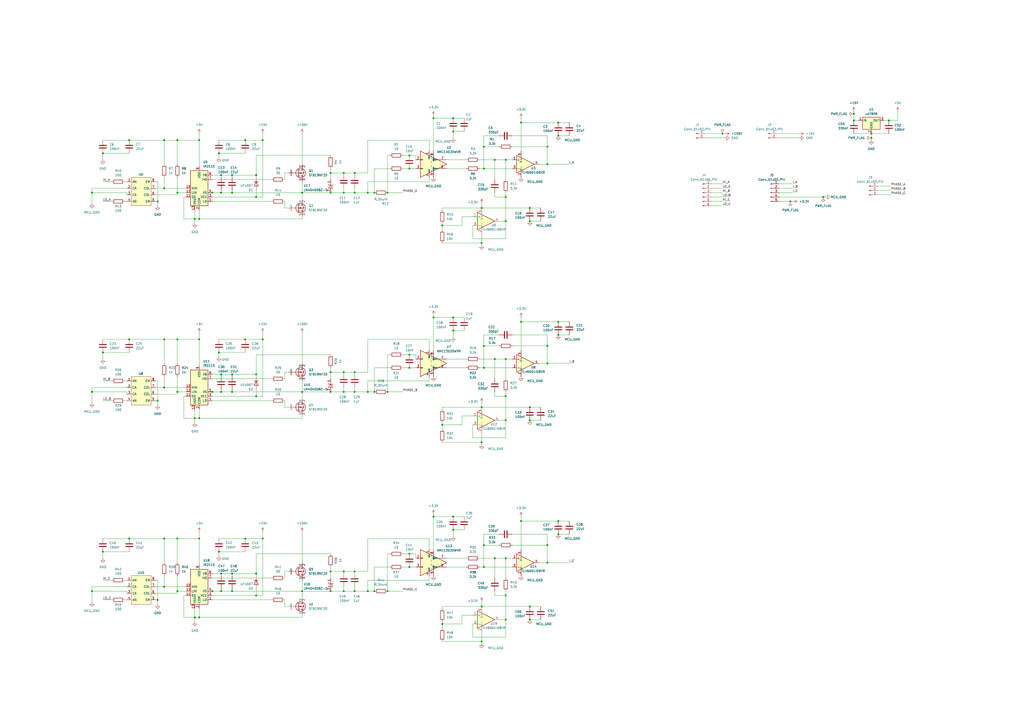
<source format=kicad_sch>
(kicad_sch (version 20231120) (generator "eeschema") (generator_version "8.0")
  (paper "A2")
  (junction (at 59.69 88.9))
  (junction (at 262.89 299.72))
  (junction (at 128.27 101.6))
  (junction (at 307.34 243.84))
  (junction (at 113.03 127))
  (junction (at 280.67 316.23))
  (junction (at 279.4 236.22))
  (junction (at 293.37 114.3))
  (junction (at 95.25 312.42))
  (junction (at 142.24 312.42))
  (junction (at 102.87 312.42))
  (junction (at 323.85 194.31))
  (junction (at 128.27 217.17))
  (junction (at 307.34 120.65))
  (junction (at 128.27 111.76))
  (junction (at 256.54 246.38))
  (junction (at 237.49 97.79))
  (junction (at 280.67 213.36))
  (junction (at 302.26 302.26))
  (junction (at 115.57 127))
  (junction (at 95.25 340.36))
  (junction (at 134.62 227.33))
  (junction (at 53.34 227.33))
  (junction (at 293.37 345.44))
  (junction (at 293.37 323.85))
  (junction (at 175.26 227.33))
  (junction (at 148.59 332.74))
  (junction (at 293.37 359.41))
  (junction (at 279.4 140.97))
  (junction (at 123.19 227.33))
  (junction (at 102.87 342.9))
  (junction (at 91.44 232.41))
  (junction (at 317.5 316.23))
  (junction (at 279.4 120.65))
  (junction (at 307.34 236.22))
  (junction (at 256.54 361.95))
  (junction (at 224.79 111.76))
  (junction (at 217.17 227.33))
  (junction (at 191.77 331.47))
  (junction (at 495.3 69.85))
  (junction (at 280.67 97.79))
  (junction (at 152.4 196.85))
  (junction (at 134.62 111.76))
  (junction (at 102.87 111.76))
  (junction (at 191.77 227.33))
  (junction (at 74.93 196.85))
  (junction (at 148.59 101.6))
  (junction (at 115.57 81.28))
  (junction (at 287.02 208.28))
  (junction (at 91.44 347.98))
  (junction (at 217.17 342.9))
  (junction (at 127 88.9))
  (junction (at 95.25 196.85))
  (junction (at 128.27 227.33))
  (junction (at 95.25 81.28))
  (junction (at 134.62 332.74))
  (junction (at 262.89 307.34))
  (junction (at 113.03 358.14))
  (junction (at 419.1 77.47))
  (junction (at 175.26 111.76))
  (junction (at 213.36 227.33))
  (junction (at 293.37 243.84))
  (junction (at 199.39 331.47))
  (junction (at 199.39 215.9))
  (junction (at 280.67 200.66))
  (junction (at 251.46 184.15))
  (junction (at 148.59 345.44))
  (junction (at 458.47 116.84))
  (junction (at 287.02 92.71))
  (junction (at 175.26 342.9))
  (junction (at 205.74 227.33))
  (junction (at 205.74 215.9))
  (junction (at 323.85 186.69))
  (junction (at 262.89 184.15))
  (junction (at 317.5 326.39))
  (junction (at 477.52 114.3))
  (junction (at 134.62 217.17))
  (junction (at 251.46 299.72))
  (junction (at 279.4 351.79))
  (junction (at 317.5 85.09))
  (junction (at 148.59 114.3))
  (junction (at 59.69 320.04))
  (junction (at 262.89 191.77))
  (junction (at 262.89 68.58))
  (junction (at 317.5 95.25))
  (junction (at 59.69 204.47))
  (junction (at 115.57 312.42))
  (junction (at 191.77 111.76))
  (junction (at 128.27 342.9))
  (junction (at 280.67 328.93))
  (junction (at 127 204.47))
  (junction (at 142.24 81.28))
  (junction (at 74.93 81.28))
  (junction (at 323.85 302.26))
  (junction (at 102.87 227.33))
  (junction (at 115.57 358.14))
  (junction (at 224.79 342.9))
  (junction (at 495.3 66.04))
  (junction (at 307.34 359.41))
  (junction (at 217.17 111.76))
  (junction (at 279.4 256.54))
  (junction (at 128.27 332.74))
  (junction (at 237.49 205.74))
  (junction (at 505.46 80.01))
  (junction (at 317.5 200.66))
  (junction (at 115.57 196.85))
  (junction (at 237.49 213.36))
  (junction (at 205.74 331.47))
  (junction (at 53.34 111.76))
  (junction (at 293.37 92.71))
  (junction (at 237.49 321.31))
  (junction (at 224.79 227.33))
  (junction (at 148.59 229.87))
  (junction (at 256.54 130.81))
  (junction (at 505.46 77.47))
  (junction (at 279.4 372.11))
  (junction (at 74.93 312.42))
  (junction (at 317.5 210.82))
  (junction (at 302.26 186.69))
  (junction (at 323.85 309.88))
  (junction (at 237.49 90.17))
  (junction (at 307.34 351.79))
  (junction (at 127 320.04))
  (junction (at 91.44 116.84))
  (junction (at 191.77 342.9))
  (junction (at 199.39 342.9))
  (junction (at 205.74 111.76))
  (junction (at 199.39 227.33))
  (junction (at 293.37 208.28))
  (junction (at 191.77 215.9))
  (junction (at 115.57 242.57))
  (junction (at 237.49 328.93))
  (junction (at 123.19 111.76))
  (junction (at 307.34 128.27))
  (junction (at 53.34 342.9))
  (junction (at 293.37 229.87))
  (junction (at 134.62 101.6))
  (junction (at 152.4 81.28))
  (junction (at 205.74 100.33))
  (junction (at 302.26 71.12))
  (junction (at 213.36 111.76))
  (junction (at 515.62 69.85))
  (junction (at 323.85 78.74))
  (junction (at 123.19 342.9))
  (junction (at 213.36 342.9))
  (junction (at 95.25 224.79))
  (junction (at 287.02 323.85))
  (junction (at 148.59 217.17))
  (junction (at 102.87 196.85))
  (junction (at 205.74 342.9))
  (junction (at 113.03 242.57))
  (junction (at 191.77 100.33))
  (junction (at 262.89 76.2))
  (junction (at 199.39 100.33))
  (junction (at 323.85 71.12))
  (junction (at 95.25 109.22))
  (junction (at 280.67 85.09))
  (junction (at 152.4 312.42))
  (junction (at 142.24 196.85))
  (junction (at 134.62 342.9))
  (junction (at 199.39 111.76))
  (junction (at 102.87 81.28))
  (junction (at 293.37 128.27))
  (junction (at 251.46 68.58))
  (wire (pts (xy 241.3 205.74) (xy 237.49 205.74)))
  (wire (pts (xy 278.13 97.79) (xy 280.67 97.79)))
  (wire (pts (xy 191.77 100.33) (xy 191.77 104.14)))
  (wire (pts (xy 59.69 312.42) (xy 74.93 312.42)))
  (wire (pts (xy 134.62 334.01) (xy 134.62 332.74)))
  (wire (pts (xy 91.44 220.98) (xy 91.44 232.41)))
  (wire (pts (xy 262.89 76.2) (xy 262.89 80.01)))
  (wire (pts (xy 419.1 119.38) (xy 412.75 119.38)))
  (wire (pts (xy 224.79 205.74) (xy 226.06 205.74)))
  (wire (pts (xy 259.08 328.93) (xy 270.51 328.93)))
  (wire (pts (xy 90.17 336.55) (xy 91.44 336.55)))
  (wire (pts (xy 259.08 213.36) (xy 270.51 213.36)))
  (wire (pts (xy 53.34 111.76) (xy 53.34 118.11)))
  (wire (pts (xy 450.85 77.47) (xy 463.55 77.47)))
  (wire (pts (xy 102.87 81.28) (xy 102.87 95.25)))
  (wire (pts (xy 175.26 193.04) (xy 175.26 210.82)))
  (wire (pts (xy 95.25 81.28) (xy 102.87 81.28)))
  (wire (pts (xy 279.4 372.11) (xy 279.4 373.38)))
  (wire (pts (xy 191.77 227.33) (xy 199.39 227.33)))
  (wire (pts (xy 53.34 227.33) (xy 73.66 227.33)))
  (wire (pts (xy 59.69 81.28) (xy 74.93 81.28)))
  (wire (pts (xy 256.54 256.54) (xy 279.4 256.54)))
  (wire (pts (xy 115.57 358.14) (xy 113.03 358.14)))
  (wire (pts (xy 307.34 243.84) (xy 313.69 243.84)))
  (wire (pts (xy 53.34 227.33) (xy 53.34 233.68)))
  (wire (pts (xy 72.39 220.98) (xy 73.66 220.98)))
  (wire (pts (xy 148.59 101.6) (xy 148.59 90.17)))
  (wire (pts (xy 142.24 312.42) (xy 152.4 312.42)))
  (wire (pts (xy 175.26 220.98) (xy 175.26 227.33)))
  (wire (pts (xy 302.26 299.72) (xy 302.26 302.26)))
  (wire (pts (xy 280.67 85.09) (xy 289.56 85.09)))
  (wire (pts (xy 199.39 331.47) (xy 205.74 331.47)))
  (wire (pts (xy 191.77 331.47) (xy 191.77 335.28)))
  (wire (pts (xy 102.87 102.87) (xy 102.87 111.76)))
  (wire (pts (xy 53.34 224.79) (xy 53.34 227.33)))
  (wire (pts (xy 191.77 97.79) (xy 191.77 100.33)))
  (wire (pts (xy 256.54 360.68) (xy 256.54 361.95)))
  (wire (pts (xy 127 204.47) (xy 127 207.01)))
  (wire (pts (xy 74.93 81.28) (xy 95.25 81.28)))
  (wire (pts (xy 323.85 71.12) (xy 330.2 71.12)))
  (wire (pts (xy 90.17 232.41) (xy 91.44 232.41)))
  (wire (pts (xy 128.27 334.01) (xy 128.27 332.74)))
  (wire (pts (xy 287.02 227.33) (xy 287.02 229.87)))
  (wire (pts (xy 217.17 213.36) (xy 217.17 227.33)))
  (wire (pts (xy 102.87 312.42) (xy 115.57 312.42)))
  (wire (pts (xy 134.62 342.9) (xy 128.27 342.9)))
  (wire (pts (xy 248.92 312.42) (xy 248.92 318.77)))
  (wire (pts (xy 91.44 105.41) (xy 91.44 116.84)))
  (wire (pts (xy 91.44 116.84) (xy 91.44 119.38)))
  (wire (pts (xy 148.59 90.17) (xy 191.77 90.17)))
  (wire (pts (xy 102.87 227.33) (xy 102.87 228.6)))
  (wire (pts (xy 256.54 245.11) (xy 256.54 246.38)))
  (wire (pts (xy 134.62 102.87) (xy 134.62 101.6)))
  (wire (pts (xy 123.19 232.41) (xy 157.48 232.41)))
  (wire (pts (xy 53.34 340.36) (xy 53.34 342.9)))
  (wire (pts (xy 241.3 323.85) (xy 241.3 321.31)))
  (wire (pts (xy 241.3 90.17) (xy 237.49 90.17)))
  (wire (pts (xy 115.57 127) (xy 175.26 127)))
  (wire (pts (xy 307.34 120.65) (xy 313.69 120.65)))
  (wire (pts (xy 233.68 90.17) (xy 237.49 90.17)))
  (wire (pts (xy 224.79 227.33) (xy 233.68 227.33)))
  (wire (pts (xy 115.57 81.28) (xy 115.57 96.52)))
  (wire (pts (xy 233.68 321.31) (xy 237.49 321.31)))
  (wire (pts (xy 293.37 323.85) (xy 297.18 323.85)))
  (wire (pts (xy 91.44 232.41) (xy 91.44 234.95)))
  (wire (pts (xy 317.5 309.88) (xy 317.5 316.23)))
  (wire (pts (xy 224.79 90.17) (xy 224.79 111.76)))
  (wire (pts (xy 267.97 130.81) (xy 256.54 130.81)))
  (wire (pts (xy 323.85 309.88) (xy 330.2 309.88)))
  (wire (pts (xy 205.74 215.9) (xy 205.74 217.17)))
  (wire (pts (xy 59.69 88.9) (xy 59.69 92.71)))
  (wire (pts (xy 175.26 336.55) (xy 175.26 342.9)))
  (wire (pts (xy 274.32 138.43) (xy 293.37 138.43)))
  (wire (pts (xy 128.27 341.63) (xy 128.27 342.9)))
  (wire (pts (xy 102.87 196.85) (xy 102.87 210.82)))
  (wire (pts (xy 107.95 340.36) (xy 95.25 340.36)))
  (wire (pts (xy 213.36 342.9) (xy 217.17 342.9)))
  (wire (pts (xy 520.7 69.85) (xy 515.62 69.85)))
  (wire (pts (xy 175.26 111.76) (xy 191.77 111.76)))
  (wire (pts (xy 274.32 130.81) (xy 274.32 138.43)))
  (wire (pts (xy 213.36 336.55) (xy 213.36 342.9)))
  (wire (pts (xy 115.57 312.42) (xy 115.57 327.66)))
  (wire (pts (xy 213.36 105.41) (xy 248.92 105.41)))
  (wire (pts (xy 297.18 85.09) (xy 317.5 85.09)))
  (wire (pts (xy 128.27 227.33) (xy 123.19 227.33)))
  (wire (pts (xy 152.4 77.47) (xy 152.4 81.28)))
  (wire (pts (xy 317.5 326.39) (xy 330.2 326.39)))
  (wire (pts (xy 213.36 215.9) (xy 213.36 196.85)))
  (wire (pts (xy 91.44 336.55) (xy 91.44 347.98)))
  (wire (pts (xy 293.37 342.9) (xy 293.37 345.44)))
  (wire (pts (xy 134.62 217.17) (xy 148.59 217.17)))
  (wire (pts (xy 279.4 140.97) (xy 279.4 142.24)))
  (wire (pts (xy 256.54 140.97) (xy 279.4 140.97)))
  (wire (pts (xy 90.17 220.98) (xy 91.44 220.98)))
  (wire (pts (xy 279.4 118.11) (xy 279.4 120.65)))
  (wire (pts (xy 287.02 229.87) (xy 293.37 229.87)))
  (wire (pts (xy 134.62 218.44) (xy 134.62 217.17)))
  (wire (pts (xy 165.1 215.9) (xy 167.64 215.9)))
  (wire (pts (xy 297.18 309.88) (xy 317.5 309.88)))
  (wire (pts (xy 287.02 208.28) (xy 293.37 208.28)))
  (wire (pts (xy 302.26 302.26) (xy 302.26 318.77)))
  (wire (pts (xy 127 81.28) (xy 142.24 81.28)))
  (wire (pts (xy 142.24 196.85) (xy 152.4 196.85)))
  (wire (pts (xy 73.66 227.33) (xy 73.66 228.6)))
  (wire (pts (xy 419.1 106.68) (xy 412.75 106.68)))
  (wire (pts (xy 267.97 241.3) (xy 267.97 246.38)))
  (wire (pts (xy 123.19 116.84) (xy 157.48 116.84)))
  (wire (pts (xy 262.89 68.58) (xy 269.24 68.58)))
  (wire (pts (xy 287.02 342.9) (xy 287.02 345.44)))
  (wire (pts (xy 279.4 120.65) (xy 307.34 120.65)))
  (wire (pts (xy 191.77 213.36) (xy 191.77 215.9)))
  (wire (pts (xy 293.37 254) (xy 293.37 243.84)))
  (wire (pts (xy 450.85 80.01) (xy 463.55 80.01)))
  (wire (pts (xy 175.26 227.33) (xy 191.77 227.33)))
  (wire (pts (xy 199.39 109.22) (xy 199.39 111.76)))
  (wire (pts (xy 213.36 220.98) (xy 248.92 220.98)))
  (wire (pts (xy 165.1 120.65) (xy 167.64 120.65)))
  (wire (pts (xy 248.92 81.28) (xy 248.92 87.63)))
  (wire (pts (xy 134.62 341.63) (xy 134.62 342.9)))
  (wire (pts (xy 297.18 200.66) (xy 317.5 200.66)))
  (wire (pts (xy 278.13 208.28) (xy 287.02 208.28)))
  (wire (pts (xy 148.59 226.06) (xy 148.59 229.87)))
  (wire (pts (xy 120.65 227.33) (xy 123.19 227.33)))
  (wire (pts (xy 293.37 138.43) (xy 293.37 128.27)))
  (wire (pts (xy 59.69 320.04) (xy 74.93 320.04)))
  (wire (pts (xy 115.57 358.14) (xy 175.26 358.14)))
  (wire (pts (xy 134.62 226.06) (xy 134.62 227.33)))
  (wire (pts (xy 107.95 342.9) (xy 102.87 342.9)))
  (wire (pts (xy 148.59 114.3) (xy 152.4 114.3)))
  (wire (pts (xy 280.67 194.31) (xy 280.67 200.66)))
  (wire (pts (xy 419.1 109.22) (xy 412.75 109.22)))
  (wire (pts (xy 165.1 236.22) (xy 167.64 236.22)))
  (wire (pts (xy 152.4 81.28) (xy 152.4 114.3)))
  (wire (pts (xy 95.25 218.44) (xy 95.25 224.79)))
  (wire (pts (xy 199.39 111.76) (xy 205.74 111.76)))
  (wire (pts (xy 199.39 100.33) (xy 199.39 101.6)))
  (wire (pts (xy 127 320.04) (xy 142.24 320.04)))
  (wire (pts (xy 95.25 312.42) (xy 102.87 312.42)))
  (wire (pts (xy 280.67 78.74) (xy 280.67 85.09)))
  (wire (pts (xy 267.97 361.95) (xy 256.54 361.95)))
  (wire (pts (xy 248.92 336.55) (xy 248.92 334.01)))
  (wire (pts (xy 113.03 360.68) (xy 113.03 358.14)))
  (wire (pts (xy 459.74 116.84) (xy 458.47 116.84)))
  (wire (pts (xy 106.68 114.3) (xy 106.68 127)))
  (wire (pts (xy 165.1 347.98) (xy 165.1 351.79)))
  (wire (pts (xy 115.57 242.57) (xy 175.26 242.57)))
  (wire (pts (xy 233.68 213.36) (xy 237.49 213.36)))
  (wire (pts (xy 217.17 213.36) (xy 226.06 213.36)))
  (wire (pts (xy 191.77 215.9) (xy 191.77 219.71)))
  (wire (pts (xy 262.89 307.34) (xy 262.89 311.15)))
  (wire (pts (xy 213.36 227.33) (xy 217.17 227.33)))
  (wire (pts (xy 115.57 242.57) (xy 113.03 242.57)))
  (wire (pts (xy 59.69 320.04) (xy 59.69 323.85)))
  (wire (pts (xy 106.68 127) (xy 113.03 127)))
  (wire (pts (xy 302.26 68.58) (xy 302.26 71.12)))
  (wire (pts (xy 224.79 321.31) (xy 226.06 321.31)))
  (wire (pts (xy 280.67 309.88) (xy 280.67 316.23)))
  (wire (pts (xy 148.59 345.44) (xy 123.19 345.44)))
  (wire (pts (xy 217.17 97.79) (xy 226.06 97.79)))
  (wire (pts (xy 102.87 81.28) (xy 115.57 81.28)))
  (wire (pts (xy 123.19 217.17) (xy 128.27 217.17)))
  (wire (pts (xy 280.67 316.23) (xy 289.56 316.23)))
  (wire (pts (xy 115.57 308.61) (xy 115.57 312.42)))
  (wire (pts (xy 199.39 331.47) (xy 199.39 332.74)))
  (wire (pts (xy 323.85 194.31) (xy 330.2 194.31)))
  (wire (pts (xy 205.74 109.22) (xy 205.74 111.76)))
  (wire (pts (xy 317.5 316.23) (xy 317.5 326.39)))
  (wire (pts (xy 233.68 97.79) (xy 237.49 97.79)))
  (wire (pts (xy 175.26 342.9) (xy 175.26 346.71)))
  (wire (pts (xy 72.39 105.41) (xy 73.66 105.41)))
  (wire (pts (xy 128.27 110.49) (xy 128.27 111.76)))
  (wire (pts (xy 199.39 100.33) (xy 205.74 100.33)))
  (wire (pts (xy 115.57 193.04) (xy 115.57 196.85)))
  (wire (pts (xy 323.85 78.74) (xy 330.2 78.74)))
  (wire (pts (xy 279.4 351.79) (xy 307.34 351.79)))
  (wire (pts (xy 317.5 200.66) (xy 317.5 210.82)))
  (wire (pts (xy 148.59 341.63) (xy 148.59 345.44)))
  (wire (pts (xy 148.59 218.44) (xy 148.59 217.17)))
  (wire (pts (xy 72.39 347.98) (xy 73.66 347.98)))
  (wire (pts (xy 458.47 116.84) (xy 452.12 116.84)))
  (wire (pts (xy 274.32 369.57) (xy 293.37 369.57)))
  (wire (pts (xy 293.37 229.87) (xy 293.37 243.84)))
  (wire (pts (xy 53.34 342.9) (xy 53.34 349.25)))
  (wire (pts (xy 233.68 328.93) (xy 237.49 328.93)))
  (wire (pts (xy 251.46 182.88) (xy 251.46 184.15)))
  (wire (pts (xy 293.37 208.28) (xy 293.37 219.71)))
  (wire (pts (xy 165.1 351.79) (xy 167.64 351.79)))
  (wire (pts (xy 280.67 200.66) (xy 289.56 200.66)))
  (wire (pts (xy 102.87 344.17) (xy 90.17 344.17)))
  (wire (pts (xy 262.89 191.77) (xy 262.89 195.58)))
  (wire (pts (xy 251.46 299.72) (xy 262.89 299.72)))
  (wire (pts (xy 102.87 342.9) (xy 102.87 344.17)))
  (wire (pts (xy 280.67 309.88) (xy 289.56 309.88)))
  (wire (pts (xy 165.1 215.9) (xy 165.1 219.71)))
  (wire (pts (xy 165.1 100.33) (xy 167.64 100.33)))
  (wire (pts (xy 205.74 215.9) (xy 213.36 215.9)))
  (wire (pts (xy 280.67 97.79) (xy 297.18 97.79)))
  (wire (pts (xy 165.1 232.41) (xy 165.1 236.22)))
  (wire (pts (xy 293.37 208.28) (xy 297.18 208.28)))
  (wire (pts (xy 262.89 191.77) (xy 269.24 191.77)))
  (wire (pts (xy 287.02 92.71) (xy 293.37 92.71)))
  (wire (pts (xy 148.59 332.74) (xy 148.59 321.31)))
  (wire (pts (xy 199.39 227.33) (xy 205.74 227.33)))
  (wire (pts (xy 95.25 334.01) (xy 95.25 340.36)))
  (wire (pts (xy 293.37 369.57) (xy 293.37 359.41)))
  (wire (pts (xy 274.32 356.87) (xy 267.97 356.87)))
  (wire (pts (xy 74.93 196.85) (xy 95.25 196.85)))
  (wire (pts (xy 256.54 120.65) (xy 279.4 120.65)))
  (wire (pts (xy 495.3 77.47) (xy 505.46 77.47)))
  (wire (pts (xy 107.95 111.76) (xy 102.87 111.76)))
  (wire (pts (xy 107.95 227.33) (xy 102.87 227.33)))
  (wire (pts (xy 477.52 114.3) (xy 452.12 114.3)))
  (wire (pts (xy 127 88.9) (xy 127 91.44)))
  (wire (pts (xy 128.27 111.76) (xy 123.19 111.76)))
  (wire (pts (xy 251.46 298.45) (xy 251.46 299.72)))
  (wire (pts (xy 274.32 254) (xy 293.37 254)))
  (wire (pts (xy 279.4 367.03) (xy 279.4 372.11)))
  (wire (pts (xy 419.1 116.84) (xy 412.75 116.84)))
  (wire (pts (xy 262.89 76.2) (xy 269.24 76.2)))
  (wire (pts (xy 175.26 105.41) (xy 175.26 111.76)))
  (wire (pts (xy 123.19 101.6) (xy 128.27 101.6)))
  (wire (pts (xy 59.69 88.9) (xy 74.93 88.9)))
  (wire (pts (xy 115.57 77.47) (xy 115.57 81.28)))
  (wire (pts (xy 312.42 326.39) (xy 317.5 326.39)))
  (wire (pts (xy 128.27 226.06) (xy 128.27 227.33)))
  (wire (pts (xy 279.4 233.68) (xy 279.4 236.22)))
  (wire (pts (xy 256.54 237.49) (xy 256.54 236.22)))
  (wire (pts (xy 72.39 232.41) (xy 73.66 232.41)))
  (wire (pts (xy 205.74 111.76) (xy 213.36 111.76)))
  (wire (pts (xy 106.68 242.57) (xy 113.03 242.57)))
  (wire (pts (xy 205.74 100.33) (xy 205.74 101.6)))
  (wire (pts (xy 175.26 356.87) (xy 175.26 358.14)))
  (wire (pts (xy 165.1 331.47) (xy 167.64 331.47)))
  (wire (pts (xy 120.65 111.76) (xy 123.19 111.76)))
  (wire (pts (xy 287.02 111.76) (xy 287.02 114.3)))
  (wire (pts (xy 205.74 331.47) (xy 205.74 332.74)))
  (wire (pts (xy 127 88.9) (xy 142.24 88.9)))
  (wire (pts (xy 317.5 95.25) (xy 330.2 95.25)))
  (wire (pts (xy 297.18 78.74) (xy 317.5 78.74)))
  (wire (pts (xy 113.03 245.11) (xy 113.03 242.57)))
  (wire (pts (xy 205.74 342.9) (xy 213.36 342.9)))
  (wire (pts (xy 459.74 106.68) (xy 452.12 106.68)))
  (wire (pts (xy 505.46 81.28) (xy 505.46 80.01)))
  (wire (pts (xy 419.1 114.3) (xy 412.75 114.3)))
  (wire (pts (xy 127 312.42) (xy 142.24 312.42)))
  (wire (pts (xy 217.17 97.79) (xy 217.17 111.76)))
  (wire (pts (xy 205.74 224.79) (xy 205.74 227.33)))
  (wire (pts (xy 505.46 80.01) (xy 505.46 77.47)))
  (wire (pts (xy 148.59 217.17) (xy 148.59 205.74)))
  (wire (pts (xy 134.62 227.33) (xy 175.26 227.33)))
  (wire (pts (xy 53.34 109.22) (xy 53.34 111.76)))
  (wire (pts (xy 127 204.47) (xy 142.24 204.47)))
  (wire (pts (xy 128.27 101.6) (xy 134.62 101.6)))
  (wire (pts (xy 217.17 328.93) (xy 217.17 342.9)))
  (wire (pts (xy 293.37 114.3) (xy 293.37 128.27)))
  (wire (pts (xy 241.3 321.31) (xy 237.49 321.31)))
  (wire (pts (xy 106.68 229.87) (xy 107.95 229.87)))
  (wire (pts (xy 267.97 125.73) (xy 267.97 130.81)))
  (wire (pts (xy 293.37 227.33) (xy 293.37 229.87)))
  (wire (pts (xy 213.36 81.28) (xy 248.92 81.28)))
  (wire (pts (xy 115.57 121.92) (xy 115.57 127)))
  (wire (pts (xy 302.26 302.26) (xy 323.85 302.26)))
  (wire (pts (xy 293.37 111.76) (xy 293.37 114.3)))
  (wire (pts (xy 95.25 109.22) (xy 90.17 109.22)))
  (wire (pts (xy 90.17 347.98) (xy 91.44 347.98)))
  (wire (pts (xy 516.89 107.95) (xy 509.27 107.95)))
  (wire (pts (xy 123.19 104.14) (xy 157.48 104.14)))
  (wire (pts (xy 307.34 351.79) (xy 313.69 351.79)))
  (wire (pts (xy 95.25 340.36) (xy 90.17 340.36)))
  (wire (pts (xy 520.7 64.77) (xy 520.7 69.85)))
  (wire (pts (xy 175.26 227.33) (xy 175.26 231.14)))
  (wire (pts (xy 237.49 213.36) (xy 241.3 213.36)))
  (wire (pts (xy 64.77 336.55) (xy 59.69 336.55)))
  (wire (pts (xy 205.74 331.47) (xy 213.36 331.47)))
  (wire (pts (xy 312.42 95.25) (xy 317.5 95.25)))
  (wire (pts (xy 115.57 127) (xy 113.03 127)))
  (wire (pts (xy 59.69 204.47) (xy 74.93 204.47)))
  (wire (pts (xy 95.25 196.85) (xy 102.87 196.85)))
  (wire (pts (xy 279.4 236.22) (xy 307.34 236.22)))
  (wire (pts (xy 199.39 224.79) (xy 199.39 227.33)))
  (wire (pts (xy 213.36 220.98) (xy 213.36 227.33)))
  (wire (pts (xy 312.42 210.82) (xy 317.5 210.82)))
  (wire (pts (xy 241.3 92.71) (xy 241.3 90.17)))
  (wire (pts (xy 127 320.04) (xy 127 322.58)))
  (wire (pts (xy 213.36 111.76) (xy 217.17 111.76)))
  (wire (pts (xy 478.79 114.3) (xy 477.52 114.3)))
  (wire (pts (xy 199.39 342.9) (xy 205.74 342.9)))
  (wire (pts (xy 95.25 224.79) (xy 90.17 224.79)))
  (wire (pts (xy 123.19 335.28) (xy 157.48 335.28)))
  (wire (pts (xy 213.36 312.42) (xy 248.92 312.42)))
  (wire (pts (xy 213.36 336.55) (xy 248.92 336.55)))
  (wire (pts (xy 53.34 111.76) (xy 73.66 111.76)))
  (wire (pts (xy 115.57 196.85) (xy 115.57 212.09)))
  (wire (pts (xy 287.02 323.85) (xy 287.02 335.28)))
  (wire (pts (xy 323.85 186.69) (xy 330.2 186.69)))
  (wire (pts (xy 293.37 323.85) (xy 293.37 335.28)))
  (wire (pts (xy 251.46 184.15) (xy 251.46 203.2)))
  (wire (pts (xy 267.97 246.38) (xy 256.54 246.38)))
  (wire (pts (xy 317.5 85.09) (xy 317.5 95.25)))
  (wire (pts (xy 251.46 67.31) (xy 251.46 68.58)))
  (wire (pts (xy 495.3 66.04) (xy 495.3 69.85)))
  (wire (pts (xy 224.79 90.17) (xy 226.06 90.17)))
  (wire (pts (xy 73.66 342.9) (xy 73.66 344.17)))
  (wire (pts (xy 307.34 128.27) (xy 313.69 128.27)))
  (wire (pts (xy 128.27 102.87) (xy 128.27 101.6)))
  (wire (pts (xy 251.46 184.15) (xy 262.89 184.15)))
  (wire (pts (xy 205.74 100.33) (xy 213.36 100.33)))
  (wire (pts (xy 205.74 227.33) (xy 213.36 227.33)))
  (wire (pts (xy 106.68 358.14) (xy 113.03 358.14)))
  (wire (pts (xy 287.02 114.3) (xy 293.37 114.3)))
  (wire (pts (xy 267.97 356.87) (xy 267.97 361.95)))
  (wire (pts (xy 127 196.85) (xy 142.24 196.85)))
  (wire (pts (xy 134.62 110.49) (xy 134.62 111.76)))
  (wire (pts (xy 224.79 111.76) (xy 233.68 111.76)))
  (wire (pts (xy 175.26 342.9) (xy 191.77 342.9)))
  (wire (pts (xy 102.87 228.6) (xy 90.17 228.6)))
  (wire (pts (xy 317.5 210.82) (xy 330.2 210.82)))
  (wire (pts (xy 274.32 241.3) (xy 267.97 241.3)))
  (wire (pts (xy 280.67 78.74) (xy 289.56 78.74)))
  (wire (pts (xy 142.24 81.28) (xy 152.4 81.28)))
  (wire (pts (xy 148.59 334.01) (xy 148.59 332.74)))
  (wire (pts (xy 419.1 111.76) (xy 412.75 111.76)))
  (wire (pts (xy 408.94 80.01) (xy 420.37 80.01)))
  (wire (pts (xy 516.89 113.03) (xy 509.27 113.03)))
  (wire (pts (xy 128.27 217.17) (xy 134.62 217.17)))
  (wire (pts (xy 53.34 109.22) (xy 73.66 109.22)))
  (wire (pts (xy 459.74 111.76) (xy 452.12 111.76)))
  (wire (pts (xy 259.08 97.79) (xy 270.51 97.79)))
  (wire (pts (xy 256.54 236.22) (xy 279.4 236.22)))
  (wire (pts (xy 495.3 64.77) (xy 495.3 66.04)))
  (wire (pts (xy 152.4 196.85) (xy 152.4 229.87)))
  (wire (pts (xy 237.49 97.79) (xy 241.3 97.79)))
  (wire (pts (xy 287.02 323.85) (xy 293.37 323.85)))
  (wire (pts (xy 293.37 92.71) (xy 293.37 104.14)))
  (wire (pts (xy 248.92 105.41) (xy 248.92 102.87)))
  (wire (pts (xy 134.62 332.74) (xy 148.59 332.74)))
  (wire (pts (xy 302.26 71.12) (xy 323.85 71.12)))
  (wire (pts (xy 297.18 194.31) (xy 317.5 194.31)))
  (wire (pts (xy 256.54 351.79) (xy 279.4 351.79)))
  (wire (pts (xy 205.74 340.36) (xy 205.74 342.9)))
  (wire (pts (xy 128.27 332.74) (xy 134.62 332.74)))
  (wire (pts (xy 213.36 331.47) (xy 213.36 312.42)))
  (wire (pts (xy 120.65 342.9) (xy 123.19 342.9)))
  (wire (pts (xy 302.26 71.12) (xy 302.26 87.63)))
  (wire (pts (xy 256.54 121.92) (xy 256.54 120.65)))
  (wire (pts (xy 302.26 186.69) (xy 323.85 186.69)))
  (wire (pts (xy 256.54 372.11) (xy 279.4 372.11)))
  (wire (pts (xy 323.85 302.26) (xy 330.2 302.26)))
  (wire (pts (xy 293.37 359.41) (xy 289.56 359.41)))
  (wire (pts (xy 251.46 68.58) (xy 251.46 87.63)))
  (wire (pts (xy 148.59 229.87) (xy 152.4 229.87)))
  (wire (pts (xy 280.67 328.93) (xy 297.18 328.93)))
  (wire (pts (xy 302.26 184.15) (xy 302.26 186.69)))
  (wire (pts (xy 134.62 111.76) (xy 128.27 111.76)))
  (wire (pts (xy 199.39 215.9) (xy 205.74 215.9)))
  (wire (pts (xy 175.26 241.3) (xy 175.26 242.57)))
  (wire (pts (xy 191.77 342.9) (xy 199.39 342.9)))
  (wire (pts (xy 148.59 229.87) (xy 123.19 229.87)))
  (wire (pts (xy 175.26 308.61) (xy 175.26 326.39)))
  (wire (pts (xy 148.59 205.74) (xy 191.77 205.74)))
  (wire (pts (xy 459.74 109.22) (xy 452.12 109.22)))
  (wire (pts (xy 148.59 345.44) (xy 152.4 345.44)))
  (wire (pts (xy 113.03 353.06) (xy 113.03 358.14)))
  (wire (pts (xy 199.39 215.9) (xy 199.39 217.17)))
  (wire (pts (xy 59.69 196.85) (xy 74.93 196.85)))
  (wire (pts (xy 213.36 105.41) (xy 213.36 111.76)))
  (wire (pts (xy 280.67 200.66) (xy 280.67 213.36)))
  (wire (pts (xy 102.87 218.44) (xy 102.87 227.33)))
  (wire (pts (xy 95.25 196.85) (xy 95.25 210.82)))
  (wire (pts (xy 74.93 312.42) (xy 95.25 312.42)))
  (wire (pts (xy 251.46 299.72) (xy 251.46 318.77)))
  (wire (pts (xy 317.5 78.74) (xy 317.5 85.09)))
  (wire (pts (xy 113.03 129.54) (xy 113.03 127)))
  (wire (pts (xy 148.59 102.87) (xy 148.59 101.6)))
  (wire (pts (xy 115.57 353.06) (xy 115.57 358.14)))
  (wire (pts (xy 106.68 345.44) (xy 107.95 345.44)))
  (wire (pts (xy 148.59 321.31) (xy 191.77 321.31)))
  (wire (pts (xy 302.26 186.69) (xy 302.26 203.2)))
  (wire (pts (xy 287.02 345.44) (xy 293.37 345.44)))
  (wire (pts (xy 72.39 336.55) (xy 73.66 336.55)))
  (wire (pts (xy 191.77 331.47) (xy 199.39 331.47)))
  (wire (pts (xy 259.08 92.71) (xy 270.51 92.71)))
  (wire (pts (xy 224.79 321.31) (xy 224.79 342.9)))
  (wire (pts (xy 148.59 110.49) (xy 148.59 114.3)))
  (wire (pts (xy 279.4 251.46) (xy 279.4 256.54)))
  (wire (pts (xy 134.62 227.33) (xy 128.27 227.33)))
  (wire (pts (xy 191.77 215.9) (xy 199.39 215.9)))
  (wire (pts (xy 59.69 232.41) (xy 64.77 232.41)))
  (wire (pts (xy 274.32 125.73) (xy 267.97 125.73)))
  (wire (pts (xy 307.34 236.22) (xy 313.69 236.22)))
  (wire (pts (xy 152.4 193.04) (xy 152.4 196.85)))
  (wire (pts (xy 148.59 114.3) (xy 123.19 114.3)))
  (wire (pts (xy 90.17 105.41) (xy 91.44 105.41)))
  (wire (pts (xy 107.95 109.22) (xy 95.25 109.22)))
  (wire (pts (xy 256.54 129.54) (xy 256.54 130.81)))
  (wire (pts (xy 102.87 334.01) (xy 102.87 342.9)))
  (wire (pts (xy 123.19 347.98) (xy 157.48 347.98)))
  (wire (pts (xy 278.13 92.71) (xy 287.02 92.71)))
  (wire (pts (xy 95.25 102.87) (xy 95.25 109.22)))
  (wire (pts (xy 495.3 69.85) (xy 497.84 69.85)))
  (wire (pts (xy 73.66 111.76) (xy 73.66 113.03)))
  (wire (pts (xy 408.94 77.47) (xy 419.1 77.47)))
  (wire (pts (xy 233.68 205.74) (xy 237.49 205.74)))
  (wire (pts (xy 280.67 316.23) (xy 280.67 328.93)))
  (wire (pts (xy 90.17 116.84) (xy 91.44 116.84)))
  (wire (pts (xy 279.4 349.25) (xy 279.4 351.79)))
  (wire (pts (xy 293.37 92.71) (xy 297.18 92.71)))
  (wire (pts (xy 175.26 125.73) (xy 175.26 127)))
  (wire (pts (xy 59.69 204.47) (xy 59.69 208.28)))
  (wire (pts (xy 256.54 246.38) (xy 256.54 248.92)))
  (wire (pts (xy 175.26 111.76) (xy 175.26 115.57)))
  (wire (pts (xy 59.69 347.98) (xy 64.77 347.98)))
  (wire (pts (xy 134.62 101.6) (xy 148.59 101.6)))
  (wire (pts (xy 102.87 196.85) (xy 115.57 196.85)))
  (wire (pts (xy 102.87 113.03) (xy 90.17 113.03)))
  (wire (pts (xy 199.39 340.36) (xy 199.39 342.9)))
  (wire (pts (xy 165.1 116.84) (xy 165.1 120.65)))
  (wire (pts (xy 241.3 208.28) (xy 241.3 205.74)))
  (wire (pts (xy 278.13 323.85) (xy 287.02 323.85)))
  (wire (pts (xy 91.44 347.98) (xy 91.44 350.52)))
  (wire (pts (xy 113.03 237.49) (xy 113.03 242.57)))
  (wire (pts (xy 106.68 114.3) (xy 107.95 114.3)))
  (wire (pts (xy 278.13 328.93) (xy 280.67 328.93)))
  (wire (pts (xy 307.34 359.41) (xy 313.69 359.41)))
  (wire (pts (xy 515.62 69.85) (xy 513.08 69.85)))
  (wire (pts (xy 134.62 111.76) (xy 175.26 111.76)))
  (wire (pts (xy 53.34 224.79) (xy 73.66 224.79)))
  (wire (pts (xy 256.54 353.06) (xy 256.54 351.79)))
  (wire (pts (xy 262.89 307.34) (xy 269.24 307.34)))
  (wire (pts (xy 274.32 361.95) (xy 274.32 369.57)))
  (wire (pts (xy 224.79 205.74) (xy 224.79 227.33)))
  (wire (pts (xy 248.92 196.85) (xy 248.92 203.2)))
  (wire (pts (xy 102.87 312.42) (xy 102.87 326.39)))
  (wire (pts (xy 278.13 213.36) (xy 280.67 213.36)))
  (wire (pts (xy 152.4 308.61) (xy 152.4 312.42)))
  (wire (pts (xy 106.68 345.44) (xy 106.68 358.14)))
  (wire (pts (xy 59.69 116.84) (xy 64.77 116.84)))
  (wire (pts (xy 213.36 100.33) (xy 213.36 81.28)))
  (wire (pts (xy 287.02 208.28) (xy 287.02 219.71)))
  (wire (pts (xy 248.92 220.98) (xy 248.92 218.44)))
  (wire (pts (xy 259.08 323.85) (xy 270.51 323.85)))
  (wire (pts (xy 213.36 196.85) (xy 248.92 196.85)))
  (wire (pts (xy 191.77 328.93) (xy 191.77 331.47)))
  (wire (pts (xy 505.46 77.47) (xy 515.62 77.47)))
  (wire (pts (xy 64.77 105.41) (xy 59.69 105.41)))
  (wire (pts (xy 217.17 328.93) (xy 226.06 328.93)))
  (wire (pts (xy 297.18 316.23) (xy 317.5 316.23)))
  (wire (pts (xy 165.1 100.33) (xy 165.1 104.14)))
  (wire (pts (xy 224.79 342.9) (xy 233.68 342.9)))
  (wire (pts (xy 251.46 68.58) (xy 262.89 68.58)))
  (wire (pts (xy 152.4 312.42) (xy 152.4 345.44)))
  (wire (pts (xy 419.1 77.47) (xy 420.37 77.47)))
  (wire (pts (xy 262.89 299.72) (xy 269.24 299.72)))
  (wire (pts (xy 95.25 81.28) (xy 95.25 95.25)))
  (wire (pts (xy 237.49 328.93) (xy 241.3 328.93)))
  (wire (pts (xy 123.19 332.74) (xy 128.27 332.74)))
  (wire (pts (xy 128.27 218.44) (xy 128.27 217.17)))
  (wire (pts (xy 72.39 116.84) (xy 73.66 116.84)))
  (wire (pts (xy 279.4 135.89) (xy 279.4 140.97)))
  (wire (pts (xy 191.77 100.33) (xy 199.39 100.33)))
  (wire (pts (xy 53.34 340.36) (xy 73.66 340.36)))
  (wire (pts (xy 293.37 345.44) (xy 293.37 359.41)))
  (wire (pts (xy 274.32 246.38) (xy 274.32 254)))
  (wire (pts (xy 262.89 184.15) (xy 269.24 184.15)))
  (wire (pts (xy 175.26 77.47) (xy 175.26 95.25)))
  (wire (pts (xy 102.87 111.76) (xy 102.87 113.03)))
  (wire (pts (xy 293.37 243.84) (xy 289.56 243.84)))
  (wire (pts (xy 280.67 194.31) (xy 289.56 194.31)))
  (wire (pts (xy 293.37 128.27) (xy 289.56 128.27)))
  (wire (pts (xy 95.25 312.42) (xy 95.25 326.39)))
  (wire (pts (xy 123.19 219.71) (xy 157.48 219.71)))
  (wire (pts (xy 279.4 256.54) (xy 279.4 257.81)))
  (wire (pts (xy 259.08 208.28) (xy 270.51 208.28)))
  (wire (pts (xy 64.77 220.98) (xy 59.69 220.98)))
  (wire (pts (xy 256.54 361.95) (xy 256.54 364.49)))
  (wire (pts (xy 287.02 92.71) (xy 287.02 104.14)))
  (wire (pts (xy 317.5 194.31) (xy 317.5 200.66)))
  (wire (pts (xy 280.67 213.36) (xy 297.18 213.36)))
  (wire (pts (xy 53.34 342.9) (xy 73.66 342.9)))
  (wire (pts (xy 256.54 130.81) (xy 256.54 133.35)))
  (wire (pts (xy 106.68 229.87) (xy 106.68 242.57)))
  (wire (pts (xy 280.67 85.09) (xy 280.67 97.79)))
  (wire (pts (xy 113.03 121.92) (xy 113.03 127)))
  (wire (pts (xy 165.1 331.47) (xy 165.1 335.28)))
  (wire (pts (xy 134.62 342.9) (xy 175.26 342.9)))
  (wire (pts (xy 191.77 111.76) (xy 199.39 111.76)))
  (wire (pts (xy 115.57 237.49) (xy 115.57 242.57)))
  (wire (pts (xy 107.95 224.79) (xy 95.25 224.79)))
  (wire (pts (xy 516.89 110.49) (xy 509.27 110.49)))
  (wire (pts (xy 128.27 342.9) (xy 123.19 342.9)))
  (label "I_A" (at 330.2 95.25 0))
  (label "HI_B" (at 59.69 220.98 0))
  (label "LO_A" (at 419.1 109.22 0))
  (label "HI_C" (at 419.1 116.84 0))
  (label "PHASE_B" (at 516.89 110.49 0))
  (label "PHASE_A" (at 516.89 107.95 0))
  (label "LO_B" (at 419.1 114.3 0))
  (label "LO_A" (at 59.69 116.84 0))
  (label "LO_B" (at 59.69 232.41 0))
  (label "I_C" (at 459.74 111.76 0))
  (label "PHASE_C" (at 233.68 342.9 0))
  (label "PHASE_C" (at 516.89 113.03 0))
  (label "I_B" (at 330.2 210.82 0))
  (label "I_B" (at 459.74 109.22 0))
  (label "I_A" (at 459.74 106.68 0))
  (label "I_C" (at 330.2 326.39 0))
  (label "HI_C" (at 59.69 336.55 0))
  (label "HI_B" (at 419.1 111.76 0))
  (label "PHASE_B" (at 233.68 227.33 0))
  (label "LO_C" (at 419.1 119.38 0))
  (label "PHASE_A" (at 233.68 111.76 0))
  (label "HI_A" (at 419.1 106.68 0))
  (label "LO_C" (at 59.69 347.98 0))
  (label "HI_A" (at 59.69 105.41 0))
  (symbol (lib_id "Regulator_Linear:uA7805") (at 505.46 69.85 0) (unit 1)
    (property "Reference" "U1" (at 505.46 63.5 0))
    (property "Value" "uA7805" (at 505.46 66.04 0))
    (property "Footprint" "Package_TO_SOT_THT:TO-220-3_Vertical" (effects (hide yes)))
    (property "Datasheet" "http://www.ti.com/lit/ds/symlink/ua78.pdf" (effects (hide yes)))
    (property "Description" "Positive 1A 35V Linear Regulator, Fixed Output 5V, TO-220/TO-263" (effects (hide yes)))
  )
  (symbol (lib_id "Device:R") (at 161.29 232.41 90) (unit 1)
    (property "Reference" "R30" (at 161.29 226.06 90))
    (property "Value" "10" (at 161.29 228.6 90))
    (property "Footprint" "Resistor_SMD:R_1206_3216Metric_Pad1.30x1.75mm_HandSolder" (effects (hide yes)))
    (property "Description" "Resistor" (effects (hide yes)))
  )
  (symbol (lib_id "power:GND") (at 53.34 349.25 0) (unit 1)
    (property "Reference" "#PWR055" (effects (hide yes)))
    (property "Value" "MCU_GND" (at 48.768 354.33 0) (effects (justify left)))
    (property "Description" "Power symbol creates a global label with name \"GND\" , ground" (effects (hide yes)))
  )
  (symbol (lib_id "Custom_schematics:STB19NF20_T-220") (at 172.72 236.22 0) (unit 1)
    (property "Reference" "Q4" (at 179.07 234.9499 0) (effects (justify left)))
    (property "Value" "STB19NF20" (at 179.07 237.4899 0) (effects (justify left)))
    (property "Footprint" "Custom_footprints:TO-220-3_Vertical_Heat_Sink" (effects (hide yes)))
    (property "Datasheet" "https://ngspice.sourceforge.io/docs/ngspice-html-manual/manual.xhtml#cha_MOSFETs" (effects (hide yes)))
    (property "Description" "N-MOSFET transistor, drain/source/gate" (effects (hide yes)))
    (property "Sim.Device" "NMOS" (effects (hide yes)))
    (property "Sim.Type" "VDMOS" (effects (hide yes)))
    (property "Sim.Pins" "1=D 2=G 3=S" (effects (hide yes)))
  )
  (symbol (lib_id "Custom_schematics:MCT6") (at 78.74 222.25 0) (unit 1)
    (property "Reference" "U9" (at 81.788 216.662 0))
    (property "Value" "~" (at 81.915 217.17 0))
    (property "Footprint" "Custom_footprints:MCT6" (effects (hide yes)))
  )
  (symbol (lib_id "Custom_schematics:AMC1302DWVR") (at 251.46 210.82 0) (unit 1)
    (property "Reference" "U7" (at 260.35 201.168 0))
    (property "Value" "AMC1302DWVR" (at 260.35 203.708 0))
    (property "Footprint" "Package_SO:SOIC-8_7.5x5.85mm_P1.27mm" (effects (hide yes)))
    (property "Datasheet" "http://www.ti.com/lit/ds/symlink/amc1300.pdf" (effects (hide yes)))
    (property "Description" "Fully-differental isolated amplifier, ±250-mV Input, reinforced isloation, fixed gain = 8.2, peak isolation voltage 7071V, transient immunity 15kV/us, UL1577/VDE V 0884-11 approved, SOIC-8" (effects (hide yes)))
  )
  (symbol (lib_id "Device:R") (at 95.25 214.63 0) (unit 1)
    (property "Reference" "R23" (at 97.79 213.3599 0) (effects (justify left)))
    (property "Value" "1k" (at 97.79 215.8999 0) (effects (justify left)))
    (property "Footprint" "Resistor_SMD:R_0805_2012Metric_Pad1.20x1.40mm_HandSolder" (effects (hide yes)))
    (property "Description" "Resistor" (effects (hide yes)))
  )
  (symbol (lib_id "power:+5V") (at 520.7 64.77 0) (unit 1)
    (property "Reference" "#PWR02" (effects (hide yes)))
    (property "Value" "+5V" (at 520.7 59.69 0))
    (property "Description" "Power symbol creates a global label with name \"+5V\"" (effects (hide yes)))
  )
  (symbol (lib_id "Device:C") (at 205.74 220.98 0) (unit 1)
    (property "Reference" "C29" (at 204.978 230.378 0) (effects (justify left)))
    (property "Value" "1uF" (at 204.978 232.918 0) (effects (justify left)))
    (property "Footprint" "Capacitor_SMD:C_0805_2012Metric_Pad1.18x1.45mm_HandSolder" (effects (hide yes)))
    (property "Description" "Unpolarized capacitor" (effects (hide yes)))
  )
  (symbol (lib_id "power:+15V") (at 175.26 77.47 0) (unit 1)
    (property "Reference" "#PWR07" (effects (hide yes)))
    (property "Value" "+100V" (at 175.26 72.39 0))
    (property "Description" "Power symbol creates a global label with name \"+15V\"" (effects (hide yes)))
  )
  (symbol (lib_id "Device:C") (at 205.74 105.41 0) (unit 1)
    (property "Reference" "C12" (at 204.978 114.808 0) (effects (justify left)))
    (property "Value" "1uF" (at 204.978 117.348 0) (effects (justify left)))
    (property "Footprint" "Capacitor_SMD:C_0805_2012Metric_Pad1.18x1.45mm_HandSolder" (effects (hide yes)))
    (property "Description" "Unpolarized capacitor" (effects (hide yes)))
  )
  (symbol (lib_id "Amplifier_Operational:TLV6001DCK") (at 302.26 210.82 0) (unit 1)
    (property "Reference" "U8" (at 309.372 213.106 0))
    (property "Value" "TLV6001IDBVR" (at 309.372 215.646 0))
    (property "Footprint" "Package_TO_SOT_SMD:SOT-23-5_HandSoldering" (effects (hide yes)))
    (property "Datasheet" "http://www.ti.com/lit/ds/symlink/tlv6001.pdf" (effects (hide yes)))
    (property "Description" "Low-power, Rail-to-rail, 1MHz Operational Amplifier, SOT-353" (effects (hide yes)))
  )
  (symbol (lib_id "Connector:Conn_01x05_Pin") (at 447.04 111.76 0) (unit 1)
    (property "Reference" "J5" (at 447.675 101.6 0))
    (property "Value" "Conn_01x05_Pin" (at 447.675 104.14 0))
    (property "Footprint" "Connector_PinHeader_2.54mm:PinHeader_1x05_P2.54mm_Vertical" (effects (hide yes)))
    (property "Description" "Generic connector, single row, 01x05, script generated" (effects (hide yes)))
  )
  (symbol (lib_id "Device:R") (at 293.37 339.09 0) (unit 1)
    (property "Reference" "R43" (at 295.91 337.8199 0) (effects (justify left)))
    (property "Value" "3.3k" (at 295.91 340.3599 0) (effects (justify left)))
    (property "Footprint" "Resistor_SMD:R_0805_2012Metric_Pad1.20x1.40mm_HandSolder" (effects (hide yes)))
    (property "Description" "Resistor" (effects (hide yes)))
  )
  (symbol (lib_id "Device:R") (at 229.87 205.74 90) (unit 1)
    (property "Reference" "R18" (at 229.87 199.39 90))
    (property "Value" "10" (at 229.87 201.93 90))
    (property "Footprint" "Resistor_SMD:R_1206_3216Metric_Pad1.30x1.75mm_HandSolder" (effects (hide yes)))
    (property "Description" "Resistor" (effects (hide yes)))
  )
  (symbol (lib_id "Device:R") (at 102.87 214.63 0) (unit 1)
    (property "Reference" "R24" (at 105.41 213.3599 0) (effects (justify left)))
    (property "Value" "1k" (at 105.41 215.8999 0) (effects (justify left)))
    (property "Footprint" "Resistor_SMD:R_0805_2012Metric_Pad1.20x1.40mm_HandSolder" (effects (hide yes)))
    (property "Description" "Resistor" (effects (hide yes)))
  )
  (symbol (lib_id "power:PWR_FLAG") (at 477.52 114.3 180) (unit 1)
    (property "Reference" "#FLG04" (effects (hide yes)))
    (property "Value" "PWR_FLAG" (at 477.52 119.38 0))
    (property "Description" "Special symbol for telling ERC where power comes from" (effects (hide yes)))
  )
  (symbol (lib_id "Device:C") (at 199.39 220.98 0) (unit 1)
    (property "Reference" "C28" (at 196.85 230.378 0) (effects (justify left)))
    (property "Value" "100nF" (at 196.85 232.918 0) (effects (justify left)))
    (property "Footprint" "Capacitor_SMD:C_0603_1608Metric_Pad1.08x0.95mm_HandSolder" (effects (hide yes)))
    (property "Description" "Unpolarized capacitor" (effects (hide yes)))
  )
  (symbol (lib_id "Amplifier_Operational:TLV6001DCK") (at 279.4 128.27 0) (unit 1)
    (property "Reference" "U6" (at 286.512 130.556 0))
    (property "Value" "TLV6001IDBVR" (at 286.512 133.096 0))
    (property "Footprint" "Package_TO_SOT_SMD:SOT-23-5_HandSoldering" (effects (hide yes)))
    (property "Datasheet" "http://www.ti.com/lit/ds/symlink/tlv6001.pdf" (effects (hide yes)))
    (property "Description" "Low-power, Rail-to-rail, 1MHz Operational Amplifier, SOT-353" (effects (hide yes)))
  )
  (symbol (lib_id "Device:R") (at 274.32 92.71 90) (unit 1)
    (property "Reference" "R3" (at 274.32 86.36 90))
    (property "Value" "3.3k" (at 274.32 88.9 90))
    (property "Footprint" "Resistor_SMD:R_0805_2012Metric_Pad1.20x1.40mm_HandSolder" (effects (hide yes)))
    (property "Description" "Resistor" (effects (hide yes)))
  )
  (symbol (lib_id "power:+5V") (at 115.57 193.04 0) (unit 1)
    (property "Reference" "#PWR029" (effects (hide yes)))
    (property "Value" "+5V" (at 115.57 187.96 0))
    (property "Description" "Power symbol creates a global label with name \"+5V\"" (effects (hide yes)))
  )
  (symbol (lib_id "Device:C") (at 495.3 73.66 0) (unit 1)
    (property "Reference" "C53" (at 486.156 71.882 0) (effects (justify left)))
    (property "Value" "330nF" (at 486.156 74.422 0) (effects (justify left)))
    (property "Footprint" "Capacitor_SMD:C_0805_2012Metric_Pad1.18x1.45mm_HandSolder" (effects (hide yes)))
    (property "Description" "Unpolarized capacitor" (effects (hide yes)))
  )
  (symbol (lib_id "Device:C") (at 127 200.66 0) (unit 1)
    (property "Reference" "C25" (at 130.81 199.3899 0) (effects (justify left)))
    (property "Value" "100nF" (at 130.81 201.9299 0) (effects (justify left)))
    (property "Footprint" "Capacitor_SMD:C_0603_1608Metric_Pad1.08x0.95mm_HandSolder" (effects (hide yes)))
    (property "Description" "Unpolarized capacitor" (effects (hide yes)))
  )
  (symbol (lib_id "Device:R") (at 274.32 213.36 90) (unit 1)
    (property "Reference" "R22" (at 274.32 216.408 90))
    (property "Value" "3.3k" (at 274.32 218.948 90))
    (property "Footprint" "Resistor_SMD:R_0805_2012Metric_Pad1.20x1.40mm_HandSolder" (effects (hide yes)))
    (property "Description" "Resistor" (effects (hide yes)))
  )
  (symbol (lib_id "Device:R") (at 256.54 241.3 0) (unit 1)
    (property "Reference" "R31" (at 259.08 240.0299 0) (effects (justify left)))
    (property "Value" "10k" (at 259.08 242.5699 0) (effects (justify left)))
    (property "Footprint" "Resistor_SMD:R_0805_2012Metric_Pad1.20x1.40mm_HandSolder" (effects (hide yes)))
    (property "Description" "Resistor" (effects (hide yes)))
  )
  (symbol (lib_id "Device:C") (at 128.27 106.68 0) (unit 1)
    (property "Reference" "C13" (at 126.492 97.282 0) (effects (justify left)))
    (property "Value" "100nF" (at 126.492 99.822 0) (effects (justify left)))
    (property "Footprint" "Capacitor_SMD:C_0603_1608Metric_Pad1.08x0.95mm_HandSolder" (effects (hide yes)))
    (property "Description" "Unpolarized capacitor" (effects (hide yes)))
  )
  (symbol (lib_id "Device:C") (at 293.37 78.74 270) (unit 1)
    (property "Reference" "C5" (at 283.21 74.168 90) (effects (justify left)))
    (property "Value" "330pF" (at 283.21 76.708 90) (effects (justify left)))
    (property "Footprint" "Capacitor_SMD:C_0402_1005Metric_Pad0.74x0.62mm_HandSolder" (effects (hide yes)))
    (property "Description" "Unpolarized capacitor" (effects (hide yes)))
  )
  (symbol (lib_id "power:GND") (at 251.46 334.01 0) (unit 1)
    (property "Reference" "#PWR053" (effects (hide yes)))
    (property "Value" "MCU_GND" (at 246.888 339.09 0) (effects (justify left)))
    (property "Description" "Power symbol creates a global label with name \"GND\" , ground" (effects (hide yes)))
  )
  (symbol (lib_id "power:+15V") (at 302.26 184.15 0) (unit 1)
    (property "Reference" "#PWR028" (effects (hide yes)))
    (property "Value" "+3.3V" (at 302.26 179.07 0))
    (property "Description" "Power symbol creates a global label with name \"+15V\"" (effects (hide yes)))
  )
  (symbol (lib_id "power:PWR_FLAG") (at 458.47 116.84 180) (unit 1)
    (property "Reference" "#FLG05" (effects (hide yes)))
    (property "Value" "PWR_FLAG" (at 458.47 121.92 0))
    (property "Description" "Special symbol for telling ERC where power comes from" (effects (hide yes)))
  )
  (symbol (lib_id "Device:R") (at 256.54 137.16 0) (unit 1)
    (property "Reference" "R16" (at 259.08 135.8899 0) (effects (justify left)))
    (property "Value" "10k" (at 259.08 138.4299 0) (effects (justify left)))
    (property "Footprint" "Resistor_SMD:R_0805_2012Metric_Pad1.20x1.40mm_HandSolder" (effects (hide yes)))
    (property "Description" "Resistor" (effects (hide yes)))
  )
  (symbol (lib_id "Device:R") (at 191.77 209.55 180) (unit 1)
    (property "Reference" "R20" (at 194.818 209.55 90))
    (property "Value" "1k" (at 197.358 209.55 90))
    (property "Footprint" "Resistor_SMD:R_1206_3216Metric_Pad1.30x1.75mm_HandSolder" (effects (hide yes)))
    (property "Description" "Resistor (min 4W)" (effects (hide yes)))
  )
  (symbol (lib_id "Device:R") (at 102.87 99.06 0) (unit 1)
    (property "Reference" "R8" (at 105.41 97.7899 0) (effects (justify left)))
    (property "Value" "1k" (at 105.41 100.3299 0) (effects (justify left)))
    (property "Footprint" "Resistor_SMD:R_0805_2012Metric_Pad1.20x1.40mm_HandSolder" (effects (hide yes)))
    (property "Description" "Resistor" (effects (hide yes)))
  )
  (symbol (lib_id "power:GND") (at 302.26 218.44 0) (unit 1)
    (property "Reference" "#PWR037" (effects (hide yes)))
    (property "Value" "MCU_GND" (at 310.388 220.98 0))
    (property "Description" "Power symbol creates a global label with name \"GND\" , ground" (effects (hide yes)))
  )
  (symbol (lib_id "power:PWR_FLAG") (at 419.1 77.47 0) (unit 1)
    (property "Reference" "#FLG02" (effects (hide yes)))
    (property "Value" "PWR_FLAG" (at 419.1 72.39 0))
    (property "Description" "Special symbol for telling ERC where power comes from" (effects (hide yes)))
  )
  (symbol (lib_id "Device:R") (at 161.29 104.14 90) (unit 1)
    (property "Reference" "R9" (at 161.29 97.79 90))
    (property "Value" "30" (at 161.29 100.33 90))
    (property "Footprint" "Resistor_SMD:R_1206_3216Metric_Pad1.30x1.75mm_HandSolder" (effects (hide yes)))
    (property "Description" "Resistor" (effects (hide yes)))
  )
  (symbol (lib_id "Device:R") (at 293.37 85.09 90) (unit 1)
    (property "Reference" "R1" (at 285.496 80.772 90))
    (property "Value" "3.3k" (at 285.496 83.312 90))
    (property "Footprint" "Resistor_SMD:R_0805_2012Metric_Pad1.20x1.40mm_HandSolder" (effects (hide yes)))
    (property "Description" "Resistor" (effects (hide yes)))
  )
  (symbol (lib_id "Device:R") (at 95.25 99.06 0) (unit 1)
    (property "Reference" "R7" (at 97.79 97.7899 0) (effects (justify left)))
    (property "Value" "1k" (at 97.79 100.3299 0) (effects (justify left)))
    (property "Footprint" "Resistor_SMD:R_0805_2012Metric_Pad1.20x1.40mm_HandSolder" (effects (hide yes)))
    (property "Description" "Resistor" (effects (hide yes)))
  )
  (symbol (lib_id "Device:C") (at 269.24 187.96 0) (unit 1)
    (property "Reference" "C19" (at 270.256 182.118 0) (effects (justify left)))
    (property "Value" "1uF" (at 270.256 184.658 0) (effects (justify left)))
    (property "Footprint" "Capacitor_SMD:C_0805_2012Metric_Pad1.18x1.45mm_HandSolder" (effects (hide yes)))
    (property "Description" "Unpolarized capacitor" (effects (hide yes)))
  )
  (symbol (lib_id "Device:R") (at 95.25 330.2 0) (unit 1)
    (property "Reference" "R39" (at 97.79 328.9299 0) (effects (justify left)))
    (property "Value" "1k" (at 97.79 331.4699 0) (effects (justify left)))
    (property "Footprint" "Resistor_SMD:R_0805_2012Metric_Pad1.20x1.40mm_HandSolder" (effects (hide yes)))
    (property "Description" "Resistor" (effects (hide yes)))
  )
  (symbol (lib_id "power:+15V") (at 463.55 77.47 270) (unit 1)
    (property "Reference" "#PWR09" (effects (hide yes)))
    (property "Value" "+15V" (at 467.36 77.4699 90) (effects (justify left)))
    (property "Description" "Power symbol creates a global label with name \"+15V\"" (effects (hide yes)))
  )
  (symbol (lib_id "Reference_Voltage:LM4040DBZ-5") (at 191.77 107.95 90) (unit 1)
    (property "Reference" "U17" (at 176.022 107.696 90) (effects (justify right)))
    (property "Value" "LM4040DBZ-5" (at 176.022 110.236 90) (effects (justify right)))
    (property "Footprint" "Package_TO_SOT_SMD:SOT-23" (effects (hide yes)))
    (property "Datasheet" "http://www.ti.com/lit/ds/symlink/lm4040-n.pdf" (effects (hide yes)))
    (property "Description" "5.000V Precision Micropower Shunt Voltage Reference, SOT-23" (effects (hide yes)))
  )
  (symbol (lib_id "Device:R") (at 161.29 335.28 90) (unit 1)
    (property "Reference" "R41" (at 161.29 328.93 90))
    (property "Value" "30" (at 161.29 331.47 90))
    (property "Footprint" "Resistor_SMD:R_1206_3216Metric_Pad1.30x1.75mm_HandSolder" (effects (hide yes)))
    (property "Description" "Resistor" (effects (hide yes)))
  )
  (symbol (lib_id "power:GND") (at 91.44 119.38 0) (unit 1)
    (property "Reference" "#PWR023" (effects (hide yes)))
    (property "Value" "GND" (at 91.44 124.46 0))
    (property "Description" "Power symbol creates a global label with name \"GND\" , ground" (effects (hide yes)))
  )
  (symbol (lib_id "Amplifier_Operational:TLV6001DCK") (at 302.26 326.39 0) (unit 1)
    (property "Reference" "U14" (at 309.372 328.676 0))
    (property "Value" "TLV6001IDBVR" (at 309.372 331.216 0))
    (property "Footprint" "Package_TO_SOT_SMD:SOT-23-5_HandSoldering" (effects (hide yes)))
    (property "Datasheet" "http://www.ti.com/lit/ds/symlink/tlv6001.pdf" (effects (hide yes)))
    (property "Description" "Low-power, Rail-to-rail, 1MHz Operational Amplifier, SOT-353" (effects (hide yes)))
  )
  (symbol (lib_id "Device:R") (at 229.87 328.93 90) (unit 1)
    (property "Reference" "R37" (at 229.87 331.978 90))
    (property "Value" "10" (at 229.87 334.518 90))
    (property "Footprint" "Resistor_SMD:R_1206_3216Metric_Pad1.30x1.75mm_HandSolder" (effects (hide yes)))
    (property "Description" "Resistor" (effects (hide yes)))
  )
  (symbol (lib_id "Device:C") (at 313.69 355.6 0) (unit 1)
    (property "Reference" "C51" (at 317.754 354.33 0) (effects (justify left)))
    (property "Value" "22uF" (at 317.754 356.87 0) (effects (justify left)))
    (property "Footprint" "Capacitor_SMD:C_0805_2012Metric_Pad1.18x1.45mm_HandSolder" (effects (hide yes)))
    (property "Description" "Unpolarized capacitor" (effects (hide yes)))
  )
  (symbol (lib_id "power:GND") (at 53.34 233.68 0) (unit 1)
    (property "Reference" "#PWR038" (effects (hide yes)))
    (property "Value" "MCU_GND" (at 48.768 238.76 0) (effects (justify left)))
    (property "Description" "Power symbol creates a global label with name \"GND\" , ground" (effects (hide yes)))
  )
  (symbol (lib_id "Device:R") (at 274.32 328.93 90) (unit 1)
    (property "Reference" "R38" (at 274.32 331.978 90))
    (property "Value" "3.3k" (at 274.32 334.518 90))
    (property "Footprint" "Resistor_SMD:R_0805_2012Metric_Pad1.20x1.40mm_HandSolder" (effects (hide yes)))
    (property "Description" "Resistor" (effects (hide yes)))
  )
  (symbol (lib_id "Connector:Conn_01x02_Pin") (at 403.86 77.47 0) (unit 1)
    (property "Reference" "J1" (at 404.495 72.39 0))
    (property "Value" "Conn_01x02_Pin" (at 404.495 74.93 0))
    (property "Footprint" "TerminalBlock_MetzConnect:TerminalBlock_MetzConnect_Type067_RT01902HDWC_1x02_P10.00mm_Horizontal" (effects (hide yes)))
    (property "Description" "Generic connector, single row, 01x02, script generated" (effects (hide yes)))
  )
  (symbol (lib_id "power:+15V") (at 175.26 308.61 0) (unit 1)
    (property "Reference" "#PWR048" (effects (hide yes)))
    (property "Value" "+100V" (at 175.26 303.53 0))
    (property "Description" "Power symbol creates a global label with name \"+15V\"" (effects (hide yes)))
  )
  (symbol (lib_id "power:GND") (at 59.69 208.28 0) (unit 1)
    (property "Reference" "#PWR035" (effects (hide yes)))
    (property "Value" "GND" (at 59.69 213.36 0))
    (property "Description" "Power symbol creates a global label with name \"GND\" , ground" (effects (hide yes)))
  )
  (symbol (lib_id "Device:R") (at 274.32 97.79 90) (unit 1)
    (property "Reference" "R6" (at 274.32 100.838 90))
    (property "Value" "3.3k" (at 274.32 103.378 90))
    (property "Footprint" "Resistor_SMD:R_0805_2012Metric_Pad1.20x1.40mm_HandSolder" (effects (hide yes)))
    (property "Description" "Resistor" (effects (hide yes)))
  )
  (symbol (lib_id "Device:C") (at 307.34 355.6 0) (unit 1)
    (property "Reference" "C50" (at 298.704 354.838 0) (effects (justify left)))
    (property "Value" "100nF" (at 298.704 357.378 0) (effects (justify left)))
    (property "Footprint" "Capacitor_SMD:C_0603_1608Metric_Pad1.08x0.95mm_HandSolder" (effects (hide yes)))
    (property "Description" "Unpolarized capacitor" (effects (hide yes)))
  )
  (symbol (lib_id "Connector:Conn_01x06_Pin") (at 407.67 111.76 0) (unit 1)
    (property "Reference" "J4" (at 408.305 101.6 0))
    (property "Value" "Conn_01x06_Pin" (at 408.305 104.14 0))
    (property "Footprint" "Connector_PinHeader_2.54mm:PinHeader_1x06_P2.54mm_Vertical" (effects (hide yes)))
    (property "Description" "Generic connector, single row, 01x06, script generated" (effects (hide yes)))
  )
  (symbol (lib_id "Custom_schematics:STB19NF20_T-220") (at 172.72 215.9 0) (unit 1)
    (property "Reference" "Q3" (at 179.07 214.6299 0) (effects (justify left)))
    (property "Value" "STB19NF20" (at 179.07 217.1699 0) (effects (justify left)))
    (property "Footprint" "Custom_footprints:TO-220-3_Vertical_Heat_Sink" (effects (hide yes)))
    (property "Datasheet" "https://ngspice.sourceforge.io/docs/ngspice-html-manual/manual.xhtml#cha_MOSFETs" (effects (hide yes)))
    (property "Description" "N-MOSFET transistor, drain/source/gate" (effects (hide yes)))
    (property "Sim.Device" "NMOS" (effects (hide yes)))
    (property "Sim.Type" "VDMOS" (effects (hide yes)))
    (property "Sim.Pins" "1=D 2=G 3=S" (effects (hide yes)))
  )
  (symbol (lib_id "Device:R") (at 293.37 200.66 90) (unit 1)
    (property "Reference" "R17" (at 285.496 196.342 90))
    (property "Value" "3.3k" (at 285.496 198.882 90))
    (property "Footprint" "Resistor_SMD:R_0805_2012Metric_Pad1.20x1.40mm_HandSolder" (effects (hide yes)))
    (property "Description" "Resistor" (effects (hide yes)))
  )
  (symbol (lib_id "power:+5V") (at 115.57 308.61 0) (unit 1)
    (property "Reference" "#PWR046" (effects (hide yes)))
    (property "Value" "+5V" (at 115.57 303.53 0))
    (property "Description" "Power symbol creates a global label with name \"+5V\"" (effects (hide yes)))
  )
  (symbol (lib_id "Device:C") (at 74.93 316.23 0) (unit 1)
    (property "Reference" "C41" (at 78.74 314.9599 0) (effects (justify left)))
    (property "Value" "22uF" (at 78.74 317.4999 0) (effects (justify left)))
    (property "Footprint" "Capacitor_SMD:C_0805_2012Metric_Pad1.18x1.45mm_HandSolder" (effects (hide yes)))
    (property "Description" "Unpolarized capacitor" (effects (hide yes)))
  )
  (symbol (lib_id "power:GND") (at 113.03 245.11 0) (unit 1)
    (property "Reference" "#PWR042" (effects (hide yes)))
    (property "Value" "GND" (at 113.03 250.19 0))
    (property "Description" "Power symbol creates a global label with name \"GND\" , ground" (effects (hide yes)))
  )
  (symbol (lib_id "power:+15V") (at 279.4 118.11 0) (unit 1)
    (property "Reference" "#PWR022" (effects (hide yes)))
    (property "Value" "+3.3V" (at 274.32 117.348 0))
    (property "Description" "Power symbol creates a global label with name \"+15V\"" (effects (hide yes)))
  )
  (symbol (lib_id "Device:C") (at 134.62 222.25 0) (unit 1)
    (property "Reference" "C31" (at 133.604 212.852 0) (effects (justify left)))
    (property "Value" "22uF" (at 133.604 215.392 0) (effects (justify left)))
    (property "Footprint" "Capacitor_SMD:C_0805_2012Metric_Pad1.18x1.45mm_HandSolder" (effects (hide yes)))
    (property "Description" "Unpolarized capacitor" (effects (hide yes)))
  )
  (symbol (lib_id "Driver_FET:IR2110") (at 115.57 224.79 0) (unit 1)
    (property "Reference" "U11" (at 117.7641 209.55 0) (effects (justify left)))
    (property "Value" "IR2110" (at 117.7641 212.09 0) (effects (justify left)))
    (property "Footprint" "Package_DIP:DIP-14_W7.62mm" (effects (hide yes)))
    (property "Datasheet" "https://www.infineon.com/dgdl/ir2110.pdf?fileId=5546d462533600a4015355c80333167e" (effects (hide yes)))
    (property "Description" "High and Low Side Driver, 500V, 2.0/2.0A, PDIP-14" (effects (hide yes)))
  )
  (symbol (lib_id "power:GND") (at 59.69 323.85 0) (unit 1)
    (property "Reference" "#PWR052" (effects (hide yes)))
    (property "Value" "GND" (at 59.69 328.93 0))
    (property "Description" "Power symbol creates a global label with name \"GND\" , ground" (effects (hide yes)))
  )
  (symbol (lib_id "Device:C") (at 262.89 187.96 0) (unit 1)
    (property "Reference" "C18" (at 252.984 187.198 0) (effects (justify left)))
    (property "Value" "100nF" (at 252.984 189.738 0) (effects (justify left)))
    (property "Footprint" "Capacitor_SMD:C_0603_1608Metric_Pad1.08x0.95mm_HandSolder" (effects (hide yes)))
    (property "Description" "Unpolarized capacitor" (effects (hide yes)))
  )
  (symbol (lib_id "Device:R") (at 68.58 347.98 90) (unit 1)
    (property "Reference" "R45" (at 68.58 350.774 90))
    (property "Value" "100" (at 68.58 353.314 90))
    (property "Footprint" "Resistor_SMD:R_0805_2012Metric_Pad1.20x1.40mm_HandSolder" (effects (hide yes)))
    (property "Description" "Resistor" (effects (hide yes)))
  )
  (symbol (lib_id "Custom_schematics:STB19NF20_T-220") (at 172.72 120.65 0) (unit 1)
    (property "Reference" "Q2" (at 179.07 119.3799 0) (effects (justify left)))
    (property "Value" "STB19NF20" (at 179.07 121.9199 0) (effects (justify left)))
    (property "Footprint" "Custom_footprints:TO-220-3_Vertical_Heat_Sink" (effects (hide yes)))
    (property "Datasheet" "https://ngspice.sourceforge.io/docs/ngspice-html-manual/manual.xhtml#cha_MOSFETs" (effects (hide yes)))
    (property "Description" "N-MOSFET transistor, drain/source/gate" (effects (hide yes)))
    (property "Sim.Device" "NMOS" (effects (hide yes)))
    (property "Sim.Type" "VDMOS" (effects (hide yes)))
    (property "Sim.Pins" "1=D 2=G 3=S" (effects (hide yes)))
  )
  (symbol (lib_id "power:GND") (at 279.4 142.24 0) (unit 1)
    (property "Reference" "#PWR026" (effects (hide yes)))
    (property "Value" "MCU_GND" (at 287.528 144.78 0))
    (property "Description" "Power symbol creates a global label with name \"GND\" , ground" (effects (hide yes)))
  )
  (symbol (lib_id "Device:C") (at 515.62 73.66 0) (unit 1)
    (property "Reference" "C52" (at 518.922 72.644 0) (effects (justify left)))
    (property "Value" "100nF" (at 518.922 75.184 0) (effects (justify left)))
    (property "Footprint" "Capacitor_SMD:C_0603_1608Metric_Pad1.08x0.95mm_HandSolder" (effects (hide yes)))
    (property "Description" "Unpolarized capacitor" (effects (hide yes)))
  )
  (symbol (lib_id "power:+15V") (at 251.46 67.31 0) (unit 1)
    (property "Reference" "#PWR03" (effects (hide yes)))
    (property "Value" "+3.3V" (at 251.46 62.23 0))
    (property "Description" "Power symbol creates a global label with name \"+15V\"" (effects (hide yes)))
  )
  (symbol (lib_id "Device:R") (at 274.32 323.85 90) (unit 1)
    (property "Reference" "R35" (at 274.32 317.5 90))
    (property "Value" "3.3k" (at 274.32 320.04 90))
    (property "Footprint" "Resistor_SMD:R_0805_2012Metric_Pad1.20x1.40mm_HandSolder" (effects (hide yes)))
    (property "Description" "Resistor" (effects (hide yes)))
  )
  (symbol (lib_id "Device:R") (at 68.58 116.84 90) (unit 1)
    (property "Reference" "R13" (at 68.58 119.634 90))
    (property "Value" "100" (at 68.58 122.174 90))
    (property "Footprint" "Resistor_SMD:R_0805_2012Metric_Pad1.20x1.40mm_HandSolder" (effects (hide yes)))
    (property "Description" "Resistor" (effects (hide yes)))
  )
  (symbol (lib_id "Device:R") (at 256.54 368.3 0) (unit 1)
    (property "Reference" "R48" (at 259.08 367.0299 0) (effects (justify left)))
    (property "Value" "10k" (at 259.08 369.5699 0) (effects (justify left)))
    (property "Footprint" "Resistor_SMD:R_0805_2012Metric_Pad1.20x1.40mm_HandSolder" (effects (hide yes)))
    (property "Description" "Resistor" (effects (hide yes)))
  )
  (symbol (lib_id "Device:R") (at 229.87 97.79 90) (unit 1)
    (property "Reference" "R5" (at 229.87 100.838 90))
    (property "Value" "10" (at 229.87 103.378 90))
    (property "Footprint" "Resistor_SMD:R_1206_3216Metric_Pad1.30x1.75mm_HandSolder" (effects (hide yes)))
    (property "Description" "Resistor" (effects (hide yes)))
  )
  (symbol (lib_id "Device:R") (at 191.77 93.98 180) (unit 1)
    (property "Reference" "R4" (at 194.818 93.98 90))
    (property "Value" "1k" (at 197.358 93.98 90))
    (property "Footprint" "Resistor_SMD:R_1206_3216Metric_Pad1.30x1.75mm_HandSolder" (effects (hide yes)))
    (property "Description" "Resistor (min 4W)" (effects (hide yes)))
  )
  (symbol (lib_id "Device:C") (at 262.89 72.39 0) (unit 1)
    (property "Reference" "C1" (at 252.984 71.628 0) (effects (justify left)))
    (property "Value" "100nF" (at 252.984 74.168 0) (effects (justify left)))
    (property "Footprint" "Capacitor_SMD:C_0603_1608Metric_Pad1.08x0.95mm_HandSolder" (effects (hide yes)))
    (property "Description" "Unpolarized capacitor" (effects (hide yes)))
  )
  (symbol (lib_id "power:GND") (at 420.37 80.01 90) (unit 1)
    (property "Reference" "#PWR012" (effects (hide yes)))
    (property "Value" "GND" (at 424.18 80.0099 90) (effects (justify right)))
    (property "Description" "Power symbol creates a global label with name \"GND\" , ground" (effects (hide yes)))
  )
  (symbol (lib_id "power:GND") (at 307.34 243.84 0) (unit 1)
    (property "Reference" "#PWR041" (effects (hide yes)))
    (property "Value" "MCU_GND" (at 315.468 246.38 0))
    (property "Description" "Power symbol creates a global label with name \"GND\" , ground" (effects (hide yes)))
  )
  (symbol (lib_id "Device:C") (at 237.49 93.98 0) (unit 1)
    (property "Reference" "C10" (at 235.204 85.09 0) (effects (justify left)))
    (property "Value" "10nF" (at 235.204 87.63 0) (effects (justify left)))
    (property "Footprint" "Capacitor_SMD:C_0402_1005Metric_Pad0.74x0.62mm_HandSolder" (effects (hide yes)))
    (property "Description" "Unpolarized capacitor" (effects (hide yes)))
  )
  (symbol (lib_id "Device:R") (at 229.87 213.36 90) (unit 1)
    (property "Reference" "R21" (at 229.87 216.408 90))
    (property "Value" "10" (at 229.87 218.948 90))
    (property "Footprint" "Resistor_SMD:R_1206_3216Metric_Pad1.30x1.75mm_HandSolder" (effects (hide yes)))
    (property "Description" "Resistor" (effects (hide yes)))
  )
  (symbol (lib_id "power:+15V") (at 152.4 193.04 0) (unit 1)
    (property "Reference" "#PWR030" (effects (hide yes)))
    (property "Value" "+15V" (at 152.4 187.96 0))
    (property "Description" "Power symbol creates a global label with name \"+15V\"" (effects (hide yes)))
  )
  (symbol (lib_id "power:GND") (at 262.89 195.58 0) (unit 1)
    (property "Reference" "#PWR033" (effects (hide yes)))
    (property "Value" "MCU_GND" (at 257.048 197.612 0))
    (property "Description" "Power symbol creates a global label with name \"GND\" , ground" (effects (hide yes)))
  )
  (symbol (lib_id "power:GND") (at 279.4 373.38 0) (unit 1)
    (property "Reference" "#PWR060" (effects (hide yes)))
    (property "Value" "MCU_GND" (at 287.528 375.92 0))
    (property "Description" "Power symbol creates a global label with name \"GND\" , ground" (effects (hide yes)))
  )
  (symbol (lib_id "Device:C") (at 128.27 337.82 0) (unit 1)
    (property "Reference" "C47" (at 126.492 328.422 0) (effects (justify left)))
    (property "Value" "100nF" (at 126.492 330.962 0) (effects (justify left)))
    (property "Footprint" "Capacitor_SMD:C_0603_1608Metric_Pad1.08x0.95mm_HandSolder" (effects (hide yes)))
    (property "Description" "Unpolarized capacitor" (effects (hide yes)))
  )
  (symbol (lib_id "power:GND") (at 113.03 360.68 0) (unit 1)
    (property "Reference" "#PWR059" (effects (hide yes)))
    (property "Value" "GND" (at 113.03 365.76 0))
    (property "Description" "Power symbol creates a global label with name \"GND\" , ground" (effects (hide yes)))
  )
  (symbol (lib_id "Reference_Voltage:LM4040DBZ-5") (at 191.77 223.52 90) (unit 1)
    (property "Reference" "U10" (at 176.022 223.266 90) (effects (justify right)))
    (property "Value" "LM4040DBZ-5" (at 176.022 225.806 90) (effects (justify right)))
    (property "Footprint" "Package_TO_SOT_SMD:SOT-23" (effects (hide yes)))
    (property "Datasheet" "http://www.ti.com/lit/ds/symlink/lm4040-n.pdf" (effects (hide yes)))
    (property "Description" "5.000V Precision Micropower Shunt Voltage Reference, SOT-23" (effects (hide yes)))
  )
  (symbol (lib_id "Device:C") (at 199.39 336.55 0) (unit 1)
    (property "Reference" "C45" (at 196.85 345.948 0) (effects (justify left)))
    (property "Value" "100nF" (at 196.85 348.488 0) (effects (justify left)))
    (property "Footprint" "Capacitor_SMD:C_0603_1608Metric_Pad1.08x0.95mm_HandSolder" (effects (hide yes)))
    (property "Description" "Unpolarized capacitor" (effects (hide yes)))
  )
  (symbol (lib_id "Device:C") (at 74.93 200.66 0) (unit 1)
    (property "Reference" "C24" (at 78.74 199.3899 0) (effects (justify left)))
    (property "Value" "22uF" (at 78.74 201.9299 0) (effects (justify left)))
    (property "Footprint" "Capacitor_SMD:C_0805_2012Metric_Pad1.18x1.45mm_HandSolder" (effects (hide yes)))
    (property "Description" "Unpolarized capacitor" (effects (hide yes)))
  )
  (symbol (lib_id "Device:C") (at 287.02 339.09 0) (unit 1)
    (property "Reference" "C49" (at 277.114 338.328 0) (effects (justify left)))
    (property "Value" "330pF" (at 277.114 340.868 0) (effects (justify left)))
    (property "Footprint" "Capacitor_SMD:C_0402_1005Metric_Pad0.74x0.62mm_HandSolder" (effects (hide yes)))
    (property "Description" "Unpolarized capacitor" (effects (hide yes)))
  )
  (symbol (lib_id "power:GND") (at 127 207.01 0) (unit 1)
    (property "Reference" "#PWR034" (effects (hide yes)))
    (property "Value" "GND" (at 130.81 208.534 0))
    (property "Description" "Power symbol creates a global label with name \"GND\" , ground" (effects (hide yes)))
  )
  (symbol (lib_id "Device:C") (at 59.69 316.23 0) (unit 1)
    (property "Reference" "C40" (at 63.5 314.9599 0) (effects (justify left)))
    (property "Value" "100nF" (at 63.5 317.4999 0) (effects (justify left)))
    (property "Footprint" "Capacitor_SMD:C_0603_1608Metric_Pad1.08x0.95mm_HandSolder" (effects (hide yes)))
    (property "Description" "Unpolarized capacitor" (effects (hide yes)))
  )
  (symbol (lib_id "Device:C") (at 128.27 222.25 0) (unit 1)
    (property "Reference" "C30" (at 126.492 212.852 0) (effects (justify left)))
    (property "Value" "100nF" (at 126.492 215.392 0) (effects (justify left)))
    (property "Footprint" "Capacitor_SMD:C_0603_1608Metric_Pad1.08x0.95mm_HandSolder" (effects (hide yes)))
    (property "Description" "Unpolarized capacitor" (effects (hide yes)))
  )
  (symbol (lib_id "power:+15V") (at 302.26 68.58 0) (unit 1)
    (property "Reference" "#PWR04" (effects (hide yes)))
    (property "Value" "+3.3V" (at 302.26 63.5 0))
    (property "Description" "Power symbol creates a global label with name \"+15V\"" (effects (hide yes)))
  )
  (symbol (lib_id "power:GND") (at 323.85 78.74 0) (unit 1)
    (property "Reference" "#PWR010" (effects (hide yes)))
    (property "Value" "MCU_GND" (at 331.978 81.28 0))
    (property "Description" "Power symbol creates a global label with name \"GND\" , ground" (effects (hide yes)))
  )
  (symbol (lib_id "Custom_schematics:MCT6") (at 78.74 106.68 0) (unit 1)
    (property "Reference" "U4" (at 81.788 101.092 0))
    (property "Value" "~" (at 81.915 101.6 0))
    (property "Footprint" "Custom_footprints:MCT6" (effects (hide yes)))
  )
  (symbol (lib_id "Driver_FET:IR2110") (at 115.57 340.36 0) (unit 1)
    (property "Reference" "U18" (at 117.7641 325.12 0) (effects (justify left)))
    (property "Value" "IR2110" (at 117.7641 327.66 0) (effects (justify left)))
    (property "Footprint" "Package_DIP:DIP-14_W7.62mm" (effects (hide yes)))
    (property "Datasheet" "https://www.infineon.com/dgdl/ir2110.pdf?fileId=5546d462533600a4015355c80333167e" (effects (hide yes)))
    (property "Description" "High and Low Side Driver, 500V, 2.0/2.0A, PDIP-14" (effects (hide yes)))
  )
  (symbol (lib_id "Device:C") (at 330.2 306.07 0) (unit 1)
    (property "Reference" "C38" (at 334.264 304.292 0) (effects (justify left)))
    (property "Value" "22uF" (at 334.264 306.832 0) (effects (justify left)))
    (property "Footprint" "Capacitor_SMD:C_0805_2012Metric_Pad1.18x1.45mm_HandSolder" (effects (hide yes)))
    (property "Description" "Unpolarized capacitor" (effects (hide yes)))
  )
  (symbol (lib_id "power:+5V") (at 115.57 77.47 0) (unit 1)
    (property "Reference" "#PWR05" (effects (hide yes)))
    (property "Value" "+5V" (at 115.57 72.39 0))
    (property "Description" "Power symbol creates a global label with name \"+5V\"" (effects (hide yes)))
  )
  (symbol (lib_id "Connector:Conn_01x03_Pin") (at 504.19 110.49 0) (unit 1)
    (property "Reference" "J3" (at 504.825 102.87 0))
    (property "Value" "Conn_01x03_Pin" (at 504.825 105.41 0))
    (property "Footprint" "TerminalBlock_MetzConnect:TerminalBlock_MetzConnect_Type067_RT01903HDWC_1x03_P10.00mm_Horizontal" (effects (hide yes)))
    (property "Description" "Generic connector, single row, 01x03, script generated" (effects (hide yes)))
  )
  (symbol (lib_id "Device:C") (at 323.85 190.5 0) (unit 1)
    (property "Reference" "C20" (at 314.96 188.976 0) (effects (justify left)))
    (property "Value" "100nF" (at 314.96 191.516 0) (effects (justify left)))
    (property "Footprint" "Capacitor_SMD:C_0603_1608Metric_Pad1.08x0.95mm_HandSolder" (effects (hide yes)))
    (property "Description" "Unpolarized capacitor" (effects (hide yes)))
  )
  (symbol (lib_id "power:GND") (at 307.34 359.41 0) (unit 1)
    (property "Reference" "#PWR058" (effects (hide yes)))
    (property "Value" "MCU_GND" (at 315.468 361.95 0))
    (property "Description" "Power symbol creates a global label with name \"GND\" , ground" (effects (hide yes)))
  )
  (symbol (lib_id "Custom_schematics:STB19NF20_T-220") (at 172.72 100.33 0) (unit 1)
    (property "Reference" "Q1" (at 179.07 99.0599 0) (effects (justify left)))
    (property "Value" "STB19NF20" (at 179.07 101.5999 0) (effects (justify left)))
    (property "Footprint" "Custom_footprints:TO-220-3_Vertical_Heat_Sink" (effects (hide yes)))
    (property "Datasheet" "https://ngspice.sourceforge.io/docs/ngspice-html-manual/manual.xhtml#cha_MOSFETs" (effects (hide yes)))
    (property "Description" "N-MOSFET transistor, drain/source/gate" (effects (hide yes)))
    (property "Sim.Device" "NMOS" (effects (hide yes)))
    (property "Sim.Type" "VDMOS" (effects (hide yes)))
    (property "Sim.Pins" "1=D 2=G 3=S" (effects (hide yes)))
  )
  (symbol (lib_id "Device:C") (at 269.24 72.39 0) (unit 1)
    (property "Reference" "C2" (at 270.256 66.548 0) (effects (justify left)))
    (property "Value" "1uF" (at 270.256 69.088 0) (effects (justify left)))
    (property "Footprint" "Capacitor_SMD:C_0805_2012Metric_Pad1.18x1.45mm_HandSolder" (effects (hide yes)))
    (property "Description" "Unpolarized capacitor" (effects (hide yes)))
  )
  (symbol (lib_id "Device:C") (at 269.24 303.53 0) (unit 1)
    (property "Reference" "C36" (at 270.256 297.688 0) (effects (justify left)))
    (property "Value" "1uF" (at 270.256 300.228 0) (effects (justify left)))
    (property "Footprint" "Capacitor_SMD:C_0805_2012Metric_Pad1.18x1.45mm_HandSolder" (effects (hide yes)))
    (property "Description" "Unpolarized capacitor" (effects (hide yes)))
  )
  (symbol (lib_id "power:PWR_FLAG") (at 505.46 80.01 90) (unit 1)
    (property "Reference" "#FLG03" (effects (hide yes)))
    (property "Value" "PWR_FLAG" (at 501.65 80.0099 90) (effects (justify left)))
    (property "Description" "Special symbol for telling ERC where power comes from" (effects (hide yes)))
  )
  (symbol (lib_id "power:+15V") (at 279.4 349.25 0) (unit 1)
    (property "Reference" "#PWR056" (effects (hide yes)))
    (property "Value" "+3.3V" (at 274.32 348.488 0))
    (property "Description" "Power symbol creates a global label with name \"+15V\"" (effects (hide yes)))
  )
  (symbol (lib_id "Device:R") (at 68.58 105.41 90) (unit 1)
    (property "Reference" "R10" (at 68.58 99.06 90))
    (property "Value" "100" (at 68.58 101.6 90))
    (property "Footprint" "Resistor_SMD:R_0805_2012Metric_Pad1.20x1.40mm_HandSolder" (effects (hide yes)))
    (property "Description" "Resistor" (effects (hide yes)))
  )
  (symbol (lib_id "Device:C") (at 199.39 105.41 0) (unit 1)
    (property "Reference" "C11" (at 196.85 114.808 0) (effects (justify left)))
    (property "Value" "100nF" (at 196.85 117.348 0) (effects (justify left)))
    (property "Footprint" "Capacitor_SMD:C_0603_1608Metric_Pad1.08x0.95mm_HandSolder" (effects (hide yes)))
    (property "Description" "Unpolarized capacitor" (effects (hide yes)))
  )
  (symbol (lib_id "Amplifier_Operational:TLV6001DCK") (at 279.4 359.41 0) (unit 1)
    (property "Reference" "U19" (at 286.512 361.696 0))
    (property "Value" "TLV6001IDBVR" (at 286.512 364.236 0))
    (property "Footprint" "Package_TO_SOT_SMD:SOT-23-5_HandSoldering" (effects (hide yes)))
    (property "Datasheet" "http://www.ti.com/lit/ds/symlink/tlv6001.pdf" (effects (hide yes)))
    (property "Description" "Low-power, Rail-to-rail, 1MHz Operational Amplifier, SOT-353" (effects (hide yes)))
  )
  (symbol (lib_id "Device:C") (at 293.37 309.88 270) (unit 1)
    (property "Reference" "C39" (at 283.21 305.308 90) (effects (justify left)))
    (property "Value" "330pF" (at 283.21 307.848 90) (effects (justify left)))
    (property "Footprint" "Capacitor_SMD:C_0402_1005Metric_Pad0.74x0.62mm_HandSolder" (effects (hide yes)))
    (property "Description" "Unpolarized capacitor" (effects (hide yes)))
  )
  (symbol (lib_id "Device:C") (at 307.34 124.46 0) (unit 1)
    (property "Reference" "C16" (at 298.704 123.698 0) (effects (justify left)))
    (property "Value" "100nF" (at 298.704 126.238 0) (effects (justify left)))
    (property "Footprint" "Capacitor_SMD:C_0603_1608Metric_Pad1.08x0.95mm_HandSolder" (effects (hide yes)))
    (property "Description" "Unpolarized capacitor" (effects (hide yes)))
  )
  (symbol (lib_id "Device:R") (at 229.87 90.17 90) (unit 1)
    (property "Reference" "R2" (at 229.87 83.82 90))
    (property "Value" "10" (at 229.87 86.36 90))
    (property "Footprint" "Resistor_SMD:R_1206_3216Metric_Pad1.30x1.75mm_HandSolder" (effects (hide yes)))
    (property "Description" "Resistor" (effects (hide yes)))
  )
  (symbol (lib_id "Device:C") (at 287.02 223.52 0) (unit 1)
    (property "Reference" "C32" (at 277.114 222.758 0) (effects (justify left)))
    (property "Value" "330pF" (at 277.114 225.298 0) (effects (justify left)))
    (property "Footprint" "Capacitor_SMD:C_0402_1005Metric_Pad0.74x0.62mm_HandSolder" (effects (hide yes)))
    (property "Description" "Unpolarized capacitor" (effects (hide yes)))
  )
  (symbol (lib_id "power:GND") (at 127 322.58 0) (unit 1)
    (property "Reference" "#PWR051" (effects (hide yes)))
    (property "Value" "GND" (at 130.81 324.104 0))
    (property "Description" "Power symbol creates a global label with name \"GND\" , ground" (effects (hide yes)))
  )
  (symbol (lib_id "power:GND") (at 463.55 80.01 90) (unit 1)
    (property "Reference" "#PWR013" (effects (hide yes)))
    (property "Value" "GND" (at 467.36 80.0099 90) (effects (justify right)))
    (property "Description" "Power symbol creates a global label with name \"GND\" , ground" (effects (hide yes)))
  )
  (symbol (lib_id "Device:R") (at 102.87 330.2 0) (unit 1)
    (property "Reference" "R40" (at 105.41 328.9299 0) (effects (justify left)))
    (property "Value" "1k" (at 105.41 331.4699 0) (effects (justify left)))
    (property "Footprint" "Resistor_SMD:R_0805_2012Metric_Pad1.20x1.40mm_HandSolder" (effects (hide yes)))
    (property "Description" "Resistor" (effects (hide yes)))
  )
  (symbol (lib_id "Device:C") (at 330.2 190.5 0) (unit 1)
    (property "Reference" "C21" (at 334.264 188.722 0) (effects (justify left)))
    (property "Value" "22uF" (at 334.264 191.262 0) (effects (justify left)))
    (property "Footprint" "Capacitor_SMD:C_0805_2012Metric_Pad1.18x1.45mm_HandSolder" (effects (hide yes)))
    (property "Description" "Unpolarized capacitor" (effects (hide yes)))
  )
  (symbol (lib_id "Device:C") (at 59.69 200.66 0) (unit 1)
    (property "Reference" "C23" (at 63.5 199.3899 0) (effects (justify left)))
    (property "Value" "100nF" (at 63.5 201.9299 0) (effects (justify left)))
    (property "Footprint" "Capacitor_SMD:C_0603_1608Metric_Pad1.08x0.95mm_HandSolder" (effects (hide yes)))
    (property "Description" "Unpolarized capacitor" (effects (hide yes)))
  )
  (symbol (lib_id "power:+15V") (at 495.3 64.77 0) (unit 1)
    (property "Reference" "#PWR01" (effects (hide yes)))
    (property "Value" "+15V" (at 495.3 59.69 0))
    (property "Description" "Power symbol creates a global label with name \"+15V\"" (effects (hide yes)))
  )
  (symbol (lib_id "Device:R") (at 220.98 111.76 90) (unit 1)
    (property "Reference" "R12" (at 223.52 118.11 90))
    (property "Value" "R_Shunt" (at 220.98 115.57 90))
    (property "Footprint" "Custom_footprints:BVT-I-R003" (effects (hide yes)))
    (property "Description" "Resistor" (effects (hide yes)))
  )
  (symbol (lib_id "Device:C") (at 330.2 74.93 0) (unit 1)
    (property "Reference" "C4" (at 334.264 73.152 0) (effects (justify left)))
    (property "Value" "22uF" (at 334.264 75.692 0) (effects (justify left)))
    (property "Footprint" "Capacitor_SMD:C_0805_2012Metric_Pad1.18x1.45mm_HandSolder" (effects (hide yes)))
    (property "Description" "Unpolarized capacitor" (effects (hide yes)))
  )
  (symbol (lib_id "Custom_schematics:AMC1302DWVR") (at 251.46 326.39 0) (unit 1)
    (property "Reference" "U13" (at 260.35 316.738 0))
    (property "Value" "AMC1302DWVR" (at 260.35 319.278 0))
    (property "Footprint" "Package_SO:SOIC-8_7.5x5.85mm_P1.27mm" (effects (hide yes)))
    (property "Datasheet" "http://www.ti.com/lit/ds/symlink/amc1300.pdf" (effects (hide yes)))
    (property "Description" "Fully-differental isolated amplifier, ±250-mV Input, reinforced isloation, fixed gain = 8.2, peak isolation voltage 7071V, transient immunity 15kV/us, UL1577/VDE V 0884-11 approved, SOIC-8" (effects (hide yes)))
  )
  (symbol (lib_id "power:GND") (at 307.34 128.27 0) (unit 1)
    (property "Reference" "#PWR024" (effects (hide yes)))
    (property "Value" "MCU_GND" (at 315.468 130.81 0))
    (property "Description" "Power symbol creates a global label with name \"GND\" , ground" (effects (hide yes)))
  )
  (symbol (lib_id "power:GND") (at 91.44 234.95 0) (unit 1)
    (property "Reference" "#PWR040" (effects (hide yes)))
    (property "Value" "GND" (at 91.44 240.03 0))
    (property "Description" "Power symbol creates a global label with name \"GND\" , ground" (effects (hide yes)))
  )
  (symbol (lib_id "Device:C") (at 59.69 85.09 0) (unit 1)
    (property "Reference" "C6" (at 63.5 83.8199 0) (effects (justify left)))
    (property "Value" "100nF" (at 63.5 86.3599 0) (effects (justify left)))
    (property "Footprint" "Capacitor_SMD:C_0603_1608Metric_Pad1.08x0.95mm_HandSolder" (effects (hide yes)))
    (property "Description" "Unpolarized capacitor" (effects (hide yes)))
  )
  (symbol (lib_id "power:GND") (at 279.4 257.81 0) (unit 1)
    (property "Reference" "#PWR043" (effects (hide yes)))
    (property "Value" "MCU_GND" (at 287.528 260.35 0))
    (property "Description" "Power symbol creates a global label with name \"GND\" , ground" (effects (hide yes)))
  )
  (symbol (lib_id "power:+15V") (at 152.4 308.61 0) (unit 1)
    (property "Reference" "#PWR047" (effects (hide yes)))
    (property "Value" "+15V" (at 152.4 303.53 0))
    (property "Description" "Power symbol creates a global label with name \"+15V\"" (effects (hide yes)))
  )
  (symbol (lib_id "Device:C") (at 205.74 336.55 0) (unit 1)
    (property "Reference" "C46" (at 204.978 345.948 0) (effects (justify left)))
    (property "Value" "1uF" (at 204.978 348.488 0) (effects (justify left)))
    (property "Footprint" "Capacitor_SMD:C_0805_2012Metric_Pad1.18x1.45mm_HandSolder" (effects (hide yes)))
    (property "Description" "Unpolarized capacitor" (effects (hide yes)))
  )
  (symbol (lib_id "Device:R") (at 229.87 321.31 90) (unit 1)
    (property "Reference" "R34" (at 229.87 314.96 90))
    (property "Value" "10" (at 229.87 317.5 90))
    (property "Footprint" "Resistor_SMD:R_1206_3216Metric_Pad1.30x1.75mm_HandSolder" (effects (hide yes)))
    (property "Description" "Resistor" (effects (hide yes)))
  )
  (symbol (lib_id "power:GND") (at 59.69 92.71 0) (unit 1)
    (property "Reference" "#PWR016" (effects (hide yes)))
    (property "Value" "GND" (at 59.69 97.79 0))
    (property "Description" "Power symbol creates a global label with name \"GND\" , ground" (effects (hide yes)))
  )
  (symbol (lib_id "Device:R") (at 161.29 347.98 90) (unit 1)
    (property "Reference" "R46" (at 161.29 341.63 90))
    (property "Value" "10" (at 161.29 344.17 90))
    (property "Footprint" "Resistor_SMD:R_1206_3216Metric_Pad1.30x1.75mm_HandSolder" (effects (hide yes)))
    (property "Description" "Resistor" (effects (hide yes)))
  )
  (symbol (lib_id "Custom_schematics:STB19NF20_T-220") (at 172.72 331.47 0) (unit 1)
    (property "Reference" "Q5" (at 179.07 330.1999 0) (effects (justify left)))
    (property "Value" "STB19NF20" (at 179.07 332.7399 0) (effects (justify left)))
    (property "Footprint" "Custom_footprints:TO-220-3_Vertical_Heat_Sink" (effects (hide yes)))
    (property "Datasheet" "https://ngspice.sourceforge.io/docs/ngspice-html-manual/manual.xhtml#cha_MOSFETs" (effects (hide yes)))
    (property "Description" "N-MOSFET transistor, drain/source/gate" (effects (hide yes)))
    (property "Sim.Device" "NMOS" (effects (hide yes)))
    (property "Sim.Type" "VDMOS" (effects (hide yes)))
    (property "Sim.Pins" "1=D 2=G 3=S" (effects (hide yes)))
  )
  (symbol (lib_id "power:GND") (at 302.26 102.87 0) (unit 1)
    (property "Reference" "#PWR018" (effects (hide yes)))
    (property "Value" "MCU_GND" (at 310.388 105.41 0))
    (property "Description" "Power symbol creates a global label with name \"GND\" , ground" (effects (hide yes)))
  )
  (symbol (lib_id "power:GND") (at 323.85 194.31 0) (unit 1)
    (property "Reference" "#PWR032" (effects (hide yes)))
    (property "Value" "MCU_GND" (at 331.978 196.85 0))
    (property "Description" "Power symbol creates a global label with name \"GND\" , ground" (effects (hide yes)))
  )
  (symbol (lib_id "Device:C") (at 142.24 316.23 0) (unit 1)
    (property "Reference" "C43" (at 146.05 314.9599 0) (effects (justify left)))
    (property "Value" "22uF" (at 146.05 317.4999 0) (effects (justify left)))
    (property "Footprint" "Capacitor_SMD:C_0805_2012Metric_Pad1.18x1.45mm_HandSolder" (effects (hide yes)))
    (property "Description" "Unpolarized capacitor" (effects (hide yes)))
  )
  (symbol (lib_id "Device:C") (at 142.24 200.66 0) (unit 1)
    (property "Reference" "C26" (at 146.05 199.3899 0) (effects (justify left)))
    (property "Value" "22uF" (at 146.05 201.9299 0) (effects (justify left)))
    (property "Footprint" "Capacitor_SMD:C_0805_2012Metric_Pad1.18x1.45mm_HandSolder" (effects (hide yes)))
    (property "Description" "Unpolarized capacitor" (effects (hide yes)))
  )
  (symbol (lib_id "Device:R") (at 191.77 325.12 180) (unit 1)
    (property "Reference" "R36" (at 194.818 325.12 90))
    (property "Value" "1k" (at 197.358 325.12 90))
    (property "Footprint" "Resistor_SMD:R_1206_3216Metric_Pad1.30x1.75mm_HandSolder" (effects (hide yes)))
    (property "Description" "Resistor (min 4W)" (effects (hide yes)))
  )
  (symbol (lib_id "power:GND") (at 251.46 218.44 0) (unit 1)
    (property "Reference" "#PWR036" (effects (hide yes)))
    (property "Value" "MCU_GND" (at 246.888 223.52 0) (effects (justify left)))
    (property "Description" "Power symbol creates a global label with name \"GND\" , ground" (effects (hide yes)))
  )
  (symbol (lib_id "power:GND") (at 505.46 81.28 0) (unit 1)
    (property "Reference" "#PWR014" (effects (hide yes)))
    (property "Value" "GND" (at 505.46 86.36 0))
    (property "Description" "Power symbol creates a global label with name \"GND\" , ground" (effects (hide yes)))
  )
  (symbol (lib_id "Device:C") (at 293.37 194.31 270) (unit 1)
    (property "Reference" "C22" (at 283.21 189.738 90) (effects (justify left)))
    (property "Value" "330pF" (at 283.21 192.278 90) (effects (justify left)))
    (property "Footprint" "Capacitor_SMD:C_0402_1005Metric_Pad0.74x0.62mm_HandSolder" (effects (hide yes)))
    (property "Description" "Unpolarized capacitor" (effects (hide yes)))
  )
  (symbol (lib_id "Device:R") (at 293.37 223.52 0) (unit 1)
    (property "Reference" "R27" (at 295.91 222.2499 0) (effects (justify left)))
    (property "Value" "3.3k" (at 295.91 224.7899 0) (effects (justify left)))
    (property "Footprint" "Resistor_SMD:R_0805_2012Metric_Pad1.20x1.40mm_HandSolder" (effects (hide yes)))
    (property "Description" "Resistor" (effects (hide yes)))
  )
  (symbol (lib_id "power:GND") (at 113.03 129.54 0) (unit 1)
    (property "Reference" "#PWR025" (effects (hide yes)))
    (property "Value" "GND" (at 113.03 134.62 0))
    (property "Description" "Power symbol creates a global label with name \"GND\" , ground" (effects (hide yes)))
  )
  (symbol (lib_id "Connector:Conn_01x02_Pin") (at 445.77 77.47 0) (unit 1)
    (property "Reference" "J2" (at 446.405 72.39 0))
    (property "Value" "Conn_01x02_Pin" (at 446.405 74.93 0))
    (property "Footprint" "TerminalBlock:TerminalBlock_MaiXu_MX126-5.0-02P_1x02_P5.00mm" (effects (hide yes)))
    (property "Description" "Generic connector, single row, 01x02, script generated" (effects (hide yes)))
  )
  (symbol (lib_id "Device:R") (at 220.98 342.9 90) (unit 1)
    (property "Reference" "R44" (at 220.98 336.55 90))
    (property "Value" "R_Shunt" (at 220.98 339.09 90))
    (property "Footprint" "Custom_footprints:BVT-I-R003" (effects (hide yes)))
    (property "Description" "Resistor" (effects (hide yes)))
  )
  (symbol (lib_id "power:GND") (at 91.44 350.52 0) (unit 1)
    (property "Reference" "#PWR057" (effects (hide yes)))
    (property "Value" "GND" (at 91.44 355.6 0))
    (property "Description" "Power symbol creates a global label with name \"GND\" , ground" (effects (hide yes)))
  )
  (symbol (lib_id "Device:C") (at 74.93 85.09 0) (unit 1)
    (property "Reference" "C7" (at 78.74 83.8199 0) (effects (justify left)))
    (property "Value" "22uF" (at 78.74 86.3599 0) (effects (justify left)))
    (property "Footprint" "Capacitor_SMD:C_0805_2012Metric_Pad1.18x1.45mm_HandSolder" (effects (hide yes)))
    (property "Description" "Unpolarized capacitor" (effects (hide yes)))
  )
  (symbol (lib_id "Device:C") (at 313.69 240.03 0) (unit 1)
    (property "Reference" "C34" (at 317.754 238.76 0) (effects (justify left)))
    (property "Value" "22uF" (at 317.754 241.3 0) (effects (justify left)))
    (property "Footprint" "Capacitor_SMD:C_0805_2012Metric_Pad1.18x1.45mm_HandSolder" (effects (hide yes)))
    (property "Description" "Unpolarized capacitor" (effects (hide yes)))
  )
  (symbol (lib_id "Custom_schematics:STB19NF20_T-220") (at 172.72 351.79 0) (unit 1)
    (property "Reference" "Q6" (at 179.07 350.5199 0) (effects (justify left)))
    (property "Value" "STB19NF20" (at 179.07 353.0599 0) (effects (justify left)))
    (property "Footprint" "Custom_footprints:TO-220-3_Vertical_Heat_Sink" (effects (hide yes)))
    (property "Datasheet" "https://ngspice.sourceforge.io/docs/ngspice-html-manual/manual.xhtml#cha_MOSFETs" (effects (hide yes)))
    (property "Description" "N-MOSFET transistor, drain/source/gate" (effects (hide yes)))
    (property "Sim.Device" "NMOS" (effects (hide yes)))
    (property "Sim.Type" "VDMOS" (effects (hide yes)))
    (property "Sim.Pins" "1=D 2=G 3=S" (effects (hide yes)))
  )
  (symbol (lib_id "Device:R") (at 256.54 356.87 0) (unit 1)
    (property "Reference" "R47" (at 259.08 355.5999 0) (effects (justify left)))
    (property "Value" "10k" (at 259.08 358.1399 0) (effects (justify left)))
    (property "Footprint" "Resistor_SMD:R_0805_2012Metric_Pad1.20x1.40mm_HandSolder" (effects (hide yes)))
    (property "Description" "Resistor" (effects (hide yes)))
  )
  (symbol (lib_id "Device:C") (at 323.85 74.93 0) (unit 1)
    (property "Reference" "C3" (at 314.96 73.406 0) (effects (justify left)))
    (property "Value" "100nF" (at 314.96 75.946 0) (effects (justify left)))
    (property "Footprint" "Capacitor_SMD:C_0603_1608Metric_Pad1.08x0.95mm_HandSolder" (effects (hide yes)))
    (property "Description" "Unpolarized capacitor" (effects (hide yes)))
  )
  (symbol (lib_id "Diode:1N4007") (at 148.59 106.68 270) (unit 1)
    (property "Reference" "D1" (at 146.812 110.236 90) (effects (justify right)))
    (property "Value" "UF4007" (at 146.812 107.696 90) (effects (justify right)))
    (property "Footprint" "Diode_THT:D_DO-41_SOD81_P10.16mm_Horizontal" (effects (hide yes)))
    (property "Datasheet" "http://www.vishay.com/docs/88503/1n4001.pdf" (effects (hide yes)))
    (property "Description" "1000V 1A General Purpose Rectifier Diode, DO-41" (effects (hide yes)))
    (property "Sim.Device" "D" (effects (hide yes)))
    (property "Sim.Pins" "1=K 2=A" (effects (hide yes)))
  )
  (symbol (lib_id "power:GND") (at 478.79 114.3 90) (unit 1)
    (property "Reference" "#PWR020" (effects (hide yes)))
    (property "Value" "MCU_GND" (at 486.41 114.3 90))
    (property "Description" "Power symbol creates a global label with name \"GND\" , ground" (effects (hide yes)))
  )
  (symbol (lib_id "Device:R") (at 220.98 227.33 90) (unit 1)
    (property "Reference" "R28" (at 220.98 220.98 90))
    (property "Value" "R_Shunt" (at 220.98 223.52 90))
    (property "Footprint" "Custom_footprints:BVT-I-R003_Reverse" (effects (hide yes)))
    (property "Description" "Resistor" (effects (hide yes)))
  )
  (symbol (lib_id "Device:R") (at 68.58 232.41 90) (unit 1)
    (property "Reference" "R29" (at 68.58 235.204 90))
    (property "Value" "100" (at 68.58 237.744 90))
    (property "Footprint" "Resistor_SMD:R_0805_2012Metric_Pad1.20x1.40mm_HandSolder" (effects (hide yes)))
    (property "Description" "Resistor" (effects (hide yes)))
  )
  (symbol (lib_id "power:+15V") (at 279.4 233.68 0) (unit 1)
    (property "Reference" "#PWR039" (effects (hide yes)))
    (property "Value" "+3.3V" (at 274.32 232.918 0))
    (property "Description" "Power symbol creates a global label with name \"+15V\"" (effects (hide yes)))
  )
  (symbol (lib_id "Device:C") (at 127 85.09 0) (unit 1)
    (property "Reference" "C8" (at 130.81 83.8199 0) (effects (justify left)))
    (property "Value" "100nF" (at 130.81 86.3599 0) (effects (justify left)))
    (property "Footprint" "Capacitor_SMD:C_0603_1608Metric_Pad1.08x0.95mm_HandSolder" (effects (hide yes)))
    (property "Description" "Unpolarized capacitor" (effects (hide yes)))
  )
  (symbol (lib_id "power:+15V") (at 251.46 182.88 0) (unit 1)
    (property "Reference" "#PWR027" (effects (hide yes)))
    (property "Value" "+3.3V" (at 251.46 177.8 0))
    (property "Description" "Power symbol creates a global label with name \"+15V\"" (effects (hide yes)))
  )
  (symbol (lib_id "Device:C") (at 237.49 209.55 0) (unit 1)
    (property "Reference" "C27" (at 235.204 200.66 0) (effects (justify left)))
    (property "Value" "10nF" (at 235.204 203.2 0) (effects (justify left)))
    (property "Footprint" "Capacitor_SMD:C_0402_1005Metric_Pad0.74x0.62mm_HandSolder" (effects (hide yes)))
    (property "Description" "Unpolarized capacitor" (effects (hide yes)))
  )
  (symbol (lib_id "power:+15V") (at 420.37 77.47 270) (unit 1)
    (property "Reference" "#PWR08" (effects (hide yes)))
    (property "Value" "+100V" (at 424.18 77.4699 90) (effects (justify left)))
    (property "Description" "Power symbol creates a global label with name \"+15V\"" (effects (hide yes)))
  )
  (symbol (lib_id "power:GND") (at 302.26 334.01 0) (unit 1)
    (property "Reference" "#PWR054" (effects (hide yes)))
    (property "Value" "MCU_GND" (at 310.388 336.55 0))
    (property "Description" "Power symbol creates a global label with name \"GND\" , ground" (effects (hide yes)))
  )
  (symbol (lib_id "power:GND") (at 323.85 309.88 0) (unit 1)
    (property "Reference" "#PWR049" (effects (hide yes)))
    (property "Value" "MCU_GND" (at 331.978 312.42 0))
    (property "Description" "Power symbol creates a global label with name \"GND\" , ground" (effects (hide yes)))
  )
  (symbol (lib_id "Device:R") (at 161.29 219.71 90) (unit 1)
    (property "Reference" "R25" (at 161.29 213.36 90))
    (property "Value" "30" (at 161.29 215.9 90))
    (property "Footprint" "Resistor_SMD:R_1206_3216Metric_Pad1.30x1.75mm_HandSolder" (effects (hide yes)))
    (property "Description" "Resistor" (effects (hide yes)))
  )
  (symbol (lib_id "power:+15V") (at 459.74 116.84 270) (unit 1)
    (property "Reference" "#PWR019" (effects (hide yes)))
    (property "Value" "+3.3V" (at 463.55 116.8399 90) (effects (justify left)))
    (property "Description" "Power symbol creates a global label with name \"+15V\"" (effects (hide yes)))
  )
  (symbol (lib_id "Custom_schematics:MCT6") (at 78.74 337.82 0) (unit 1)
    (property "Reference" "U15" (at 81.788 332.232 0))
    (property "Value" "~" (at 81.915 332.74 0))
    (property "Footprint" "Custom_footprints:MCT6" (effects (hide yes)))
  )
  (symbol (lib_id "Device:C") (at 127 316.23 0) (unit 1)
    (property "Reference" "C42" (at 130.81 314.9599 0) (effects (justify left)))
    (property "Value" "100nF" (at 130.81 317.4999 0) (effects (justify left)))
    (property "Footprint" "Capacitor_SMD:C_0603_1608Metric_Pad1.08x0.95mm_HandSolder" (effects (hide yes)))
    (property "Description" "Unpolarized capacitor" (effects (hide yes)))
  )
  (symbol (lib_id "Device:R") (at 68.58 220.98 90) (unit 1)
    (property "Reference" "R26" (at 68.58 214.63 90))
    (property "Value" "100" (at 68.58 217.17 90))
    (property "Footprint" "Resistor_SMD:R_0805_2012Metric_Pad1.20x1.40mm_HandSolder" (effects (hide yes)))
    (property "Description" "Resistor" (effects (hide yes)))
  )
  (symbol (lib_id "power:GND") (at 251.46 102.87 0) (unit 1)
    (property "Reference" "#PWR017" (effects (hide yes)))
    (property "Value" "MCU_GND" (at 246.888 107.95 0) (effects (justify left)))
    (property "Description" "Power symbol creates a global label with name \"GND\" , ground" (effects (hide yes)))
  )
  (symbol (lib_id "Device:C") (at 134.62 106.68 0) (unit 1)
    (property "Reference" "C14" (at 133.604 97.282 0) (effects (justify left)))
    (property "Value" "22uF" (at 133.604 99.822 0) (effects (justify left)))
    (property "Footprint" "Capacitor_SMD:C_0805_2012Metric_Pad1.18x1.45mm_HandSolder" (effects (hide yes)))
    (property "Description" "Unpolarized capacitor" (effects (hide yes)))
  )
  (symbol (lib_id "power:+15V") (at 251.46 298.45 0) (unit 1)
    (property "Reference" "#PWR044" (effects (hide yes)))
    (property "Value" "+3.3V" (at 251.46 293.37 0))
    (property "Description" "Power symbol creates a global label with name \"+15V\"" (effects (hide yes)))
  )
  (symbol (lib_id "power:GND") (at 262.89 80.01 0) (unit 1)
    (property "Reference" "#PWR011" (effects (hide yes)))
    (property "Value" "MCU_GND" (at 257.048 82.042 0))
    (property "Description" "Power symbol creates a global label with name \"GND\" , ground" (effects (hide yes)))
  )
  (symbol (lib_id "Driver_FET:IR2110") (at 115.57 109.22 0) (unit 1)
    (property "Reference" "U5" (at 117.7641 93.98 0) (effects (justify left)))
    (property "Value" "IR2110" (at 117.7641 96.52 0) (effects (justify left)))
    (property "Footprint" "Package_DIP:DIP-14_W7.62mm" (effects (hide yes)))
    (property "Datasheet" "https://www.infineon.com/dgdl/ir2110.pdf?fileId=5546d462533600a4015355c80333167e" (effects (hide yes)))
    (property "Description" "High and Low Side Driver, 500V, 2.0/2.0A, PDIP-14" (effects (hide yes)))
  )
  (symbol (lib_id "power:+15V") (at 152.4 77.47 0) (unit 1)
    (property "Reference" "#PWR06" (effects (hide yes)))
    (property "Value" "+15V" (at 152.4 72.39 0))
    (property "Description" "Power symbol creates a global label with name \"+15V\"" (effects (hide yes)))
  )
  (symbol (lib_id "Custom_schematics:AMC1302DWVR") (at 251.46 95.25 0) (unit 1)
    (property "Reference" "U2" (at 260.35 85.598 0))
    (property "Value" "AMC1302DWVR" (at 260.35 88.138 0))
    (property "Footprint" "Package_SO:SOIC-8_7.5x5.85mm_P1.27mm" (effects (hide yes)))
    (property "Datasheet" "http://www.ti.com/lit/ds/symlink/amc1300.pdf" (effects (hide yes)))
    (property "Description" "Fully-differental isolated amplifier, ±250-mV Input, reinforced isloation, fixed gain = 8.2, peak isolation voltage 7071V, transient immunity 15kV/us, UL1577/VDE V 0884-11 approved, SOIC-8" (effects (hide yes)))
  )
  (symbol (lib_id "Amplifier_Operational:TLV6001DCK") (at 279.4 243.84 0) (unit 1)
    (property "Reference" "U12" (at 286.512 246.126 0))
    (property "Value" "TLV6001IDBVR" (at 286.512 248.666 0))
    (property "Footprint" "Package_TO_SOT_SMD:SOT-23-5_HandSoldering" (effects (hide yes)))
    (property "Datasheet" "http://www.ti.com/lit/ds/symlink/tlv6001.pdf" (effects (hide yes)))
    (property "Description" "Low-power, Rail-to-rail, 1MHz Operational Amplifier, SOT-353" (effects (hide yes)))
  )
  (symbol (lib_id "Device:C") (at 307.34 240.03 0) (unit 1)
    (property "Reference" "C33" (at 298.704 239.268 0) (effects (justify left)))
    (property "Value" "100nF" (at 298.704 241.808 0) (effects (justify left)))
    (property "Footprint" "Capacitor_SMD:C_0603_1608Metric_Pad1.08x0.95mm_HandSolder" (effects (hide yes)))
    (property "Description" "Unpolarized capacitor" (effects (hide yes)))
  )
  (symbol (lib_id "Device:C") (at 323.85 306.07 0) (unit 1)
    (property "Reference" "C37" (at 314.96 304.546 0) (effects (justify left)))
    (property "Value" "100nF" (at 314.96 307.086 0) (effects (justify left)))
    (property "Footprint" "Capacitor_SMD:C_0603_1608Metric_Pad1.08x0.95mm_HandSolder" (effects (hide yes)))
    (property "Description" "Unpolarized capacitor" (effects (hide yes)))
  )
  (symbol (lib_id "Amplifier_Operational:TLV6001DCK") (at 302.26 95.25 0) (unit 1)
    (property "Reference" "U3" (at 309.372 97.536 0))
    (property "Value" "TLV6001IDBVR" (at 309.372 100.076 0))
    (property "Footprint" "Package_TO_SOT_SMD:SOT-23-5_HandSoldering" (effects (hide yes)))
    (property "Datasheet" "http://www.ti.com/lit/ds/symlink/tlv6001.pdf" (effects (hide yes)))
    (property "Description" "Low-power, Rail-to-rail, 1MHz Operational Amplifier, SOT-353" (effects (hide yes)))
  )
  (symbol (lib_id "Device:C") (at 134.62 337.82 0) (unit 1)
    (property "Reference" "C48" (at 133.604 328.422 0) (effects (justify left)))
    (property "Value" "22uF" (at 133.604 330.962 0) (effects (justify left)))
    (property "Footprint" "Capacitor_SMD:C_0805_2012Metric_Pad1.18x1.45mm_HandSolder" (effects (hide yes)))
    (property "Description" "Unpolarized capacitor" (effects (hide yes)))
  )
  (symbol (lib_id "power:+15V") (at 175.26 193.04 0) (unit 1)
    (property "Reference" "#PWR031" (effects (hide yes)))
    (property "Value" "+100V" (at 175.26 187.96 0))
    (property "Description" "Power symbol creates a global label with name \"+15V\"" (effects (hide yes)))
  )
  (symbol (lib_id "Device:R") (at 293.37 107.95 0) (unit 1)
    (property "Reference" "R11" (at 295.91 106.6799 0) (effects (justify left)))
    (property "Value" "3.3k" (at 295.91 109.2199 0) (effects (justify left)))
    (property "Footprint" "Resistor_SMD:R_0805_2012Metric_Pad1.20x1.40mm_HandSolder" (effects (hide yes)))
    (property "Description" "Resistor" (effects (hide yes)))
  )
  (symbol (lib_id "Device:C") (at 262.89 303.53 0) (unit 1)
    (property "Reference" "C35" (at 252.984 302.768 0) (effects (justify left)))
    (property "Value" "100nF" (at 252.984 305.308 0) (effects (justify left)))
    (property "Footprint" "Capacitor_SMD:C_0603_1608Metric_Pad1.08x0.95mm_HandSolder" (effects (hide yes)))
    (property "Description" "Unpolarized capacitor" (effects (hide yes)))
  )
  (symbol (lib_id "power:GND") (at 262.89 311.15 0) (unit 1)
    (property "Reference" "#PWR050" (effects (hide yes)))
    (property "Value" "MCU_GND" (at 257.048 313.182 0))
    (property "Description" "Power symbol creates a global label with name \"GND\" , ground" (effects (hide yes)))
  )
  (symbol (lib_id "power:PWR_FLAG") (at 495.3 66.04 90) (unit 1)
    (property "Reference" "#FLG01" (effects (hide yes)))
    (property "Value" "PWR_FLAG" (at 491.49 66.0399 90) (effects (justify left)))
    (property "Description" "Special symbol for telling ERC where power comes from" (effects (hide yes)))
  )
  (symbol (lib_id "Device:R") (at 256.54 125.73 0) (unit 1)
    (property "Reference" "R15" (at 259.08 124.4599 0) (effects (justify left)))
    (property "Value" "10k" (at 259.08 126.9999 0) (effects (justify left)))
    (property "Footprint" "Resistor_SMD:R_0805_2012Metric_Pad1.20x1.40mm_HandSolder" (effects (hide yes)))
    (property "Description" "Resistor" (effects (hide yes)))
  )
  (symbol (lib_id "Device:R") (at 68.58 336.55 90) (unit 1)
    (property "Reference" "R42" (at 68.58 330.2 90))
    (property "Value" "100" (at 68.58 332.74 90))
    (property "Footprint" "Resistor_SMD:R_0805_2012Metric_Pad1.20x1.40mm_HandSolder" (effects (hide yes)))
    (property "Description" "Resistor" (effects (hide yes)))
  )
  (symbol (lib_id "power:GND") (at 127 91.44 0) (unit 1)
    (property "Reference" "#PWR015" (effects (hide yes)))
    (property "Value" "GND" (at 130.81 92.964 0))
    (property "Description" "Power symbol creates a global label with name \"GND\" , ground" (effects (hide yes)))
  )
  (symbol (lib_id "Diode:1N4007") (at 148.59 222.25 270) (unit 1)
    (property "Reference" "D2" (at 146.812 225.806 90) (effects (justify right)))
    (property "Value" "UF4007" (at 146.812 223.266 90) (effects (justify right)))
    (property "Footprint" "Diode_THT:D_DO-41_SOD81_P10.16mm_Horizontal" (effects (hide yes)))
    (property "Datasheet" "http://www.vishay.com/docs/88503/1n4001.pdf" (effects (hide yes)))
    (property "Description" "1000V 1A General Purpose Rectifier Diode, DO-41" (effects (hide yes)))
    (property "Sim.Device" "D" (effects (hide yes)))
    (property "Sim.Pins" "1=K 2=A" (effects (hide yes)))
  )
  (symbol (lib_id "power:GND") (at 53.34 118.11 0) (unit 1)
    (property "Reference" "#PWR021" (effects (hide yes)))
    (property "Value" "MCU_GND" (at 48.768 123.19 0) (effects (justify left)))
    (property "Description" "Power symbol creates a global label with name \"GND\" , ground" (effects (hide yes)))
  )
  (symbol (lib_id "power:+15V") (at 302.26 299.72 0) (unit 1)
    (property "Reference" "#PWR045" (effects (hide yes)))
    (property "Value" "+3.3V" (at 302.26 294.64 0))
    (property "Description" "Power symbol creates a global label with name \"+15V\"" (effects (hide yes)))
  )
  (symbol (lib_id "Device:R") (at 161.29 116.84 90) (unit 1)
    (property "Reference" "R14" (at 161.29 110.49 90))
    (property "Value" "10" (at 161.29 113.03 90))
    (property "Footprint" "Resistor_SMD:R_1206_3216Metric_Pad1.30x1.75mm_HandSolder" (effects (hide yes)))
    (property "Description" "Resistor" (effects (hide yes)))
  )
  (symbol (lib_id "Device:C") (at 313.69 124.46 0) (unit 1)
    (property "Reference" "C17" (at 317.754 123.19 0) (effects (justify left)))
    (property "Value" "22uF" (at 317.754 125.73 0) (effects (justify left)))
    (property "Footprint" "Capacitor_SMD:C_0805_2012Metric_Pad1.18x1.45mm_HandSolder" (effects (hide yes)))
    (property "Description" "Unpolarized capacitor" (effects (hide yes)))
  )
  (symbol (lib_id "Reference_Voltage:LM4040DBZ-5") (at 191.77 339.09 90) (unit 1)
    (property "Reference" "U16" (at 176.022 338.836 90) (effects (justify right)))
    (property "Value" "LM4040DBZ-5" (at 176.022 341.376 90) (effects (justify right)))
    (property "Footprint" "Package_TO_SOT_SMD:SOT-23" (effects (hide yes)))
    (property "Datasheet" "http://www.ti.com/lit/ds/symlink/lm4040-n.pdf" (effects (hide yes)))
    (property "Description" "5.000V Precision Micropower Shunt Voltage Reference, SOT-23" (effects (hide yes)))
  )
  (symbol (lib_id "Diode:1N4007") (at 148.59 337.82 270) (unit 1)
    (property "Reference" "D3" (at 146.812 341.376 90) (effects (justify right)))
    (property "Value" "UF4007" (at 146.812 338.836 90) (effects (justify right)))
    (property "Footprint" "Diode_THT:D_DO-41_SOD81_P10.16mm_Horizontal" (effects (hide yes)))
    (property "Datasheet" "http://www.vishay.com/docs/88503/1n4001.pdf" (effects (hide yes)))
    (property "Description" "1000V 1A General Purpose Rectifier Diode, DO-41" (effects (hide yes)))
    (property "Sim.Device" "D" (effects (hide yes)))
    (property "Sim.Pins" "1=K 2=A" (effects (hide yes)))
  )
  (symbol (lib_id "Device:C") (at 237.49 325.12 0) (unit 1)
    (property "Reference" "C44" (at 235.204 316.23 0) (effects (justify left)))
    (property "Value" "10nF" (at 235.204 318.77 0) (effects (justify left)))
    (property "Footprint" "Capacitor_SMD:C_0402_1005Metric_Pad0.74x0.62mm_HandSolder" (effects (hide yes)))
    (property "Description" "Unpolarized capacitor" (effects (hide yes)))
  )
  (symbol (lib_id "Device:C") (at 142.24 85.09 0) (unit 1)
    (property "Reference" "C9" (at 146.05 83.8199 0) (effects (justify left)))
    (property "Value" "22uF" (at 146.05 86.3599 0) (effects (justify left)))
    (property "Footprint" "Capacitor_SMD:C_0805_2012Metric_Pad1.18x1.45mm_HandSolder" (effects (hide yes)))
    (property "Description" "Unpolarized capacitor" (effects (hide yes)))
  )
  (symbol (lib_id "Device:R") (at 256.54 252.73 0) (unit 1)
    (property "Reference" "R32" (at 259.08 251.4599 0) (effects (justify left)))
    (property "Value" "10k" (at 259.08 253.9999 0) (effects (justify left)))
    (property "Footprint" "Resistor_SMD:R_0805_2012Metric_Pad1.20x1.40mm_HandSolder" (effects (hide yes)))
    (property "Description" "Resistor" (effects (hide yes)))
  )
  (symbol (lib_id "Device:R") (at 274.32 208.28 90) (unit 1)
    (property "Reference" "R19" (at 274.32 201.93 90))
    (property "Value" "3.3k" (at 274.32 204.47 90))
    (property "Footprint" "Resistor_SMD:R_0805_2012Metric_Pad1.20x1.40mm_HandSolder" (effects (hide yes)))
    (property "Description" "Resistor" (effects (hide yes)))
  )
  (symbol (lib_id "Device:C") (at 287.02 107.95 0) (unit 1)
    (property "Reference" "C15" (at 277.114 107.188 0) (effects (justify left)))
    (property "Value" "330pF" (at 277.114 109.728 0) (effects (justify left)))
    (property "Footprint" "Capacitor_SMD:C_0402_1005Metric_Pad0.74x0.62mm_HandSolder" (effects (hide yes)))
    (property "Description" "Unpolarized capacitor" (effects (hide yes)))
  )
  (symbol (lib_id "Device:R") (at 293.37 316.23 90) (unit 1)
    (property "Reference" "R33" (at 285.496 311.912 90))
    (property "Value" "3.3k" (at 285.496 314.452 90))
    (property "Footprint" "Resistor_SMD:R_0805_2012Metric_Pad1.20x1.40mm_HandSolder" (effects (hide yes)))
    (property "Description" "Resistor" (effects (hide yes)))
  )
)
</source>
